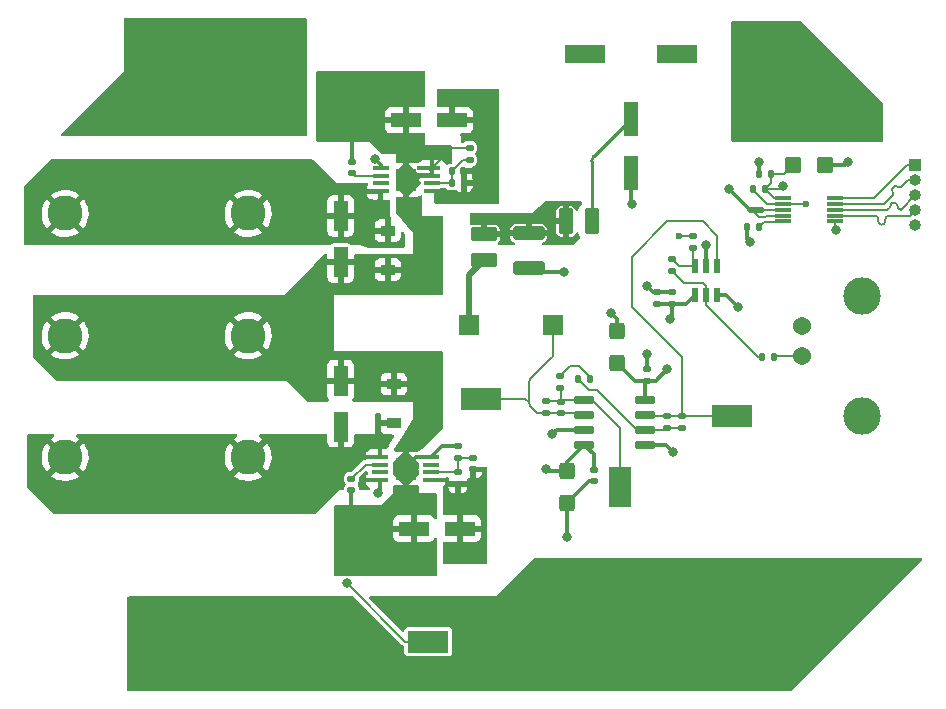
<source format=gbr>
%TF.GenerationSoftware,KiCad,Pcbnew,6.0.4-6f826c9f35~116~ubuntu18.04.1*%
%TF.CreationDate,2022-05-26T20:07:40+01:00*%
%TF.ProjectId,cosmic_ray_detector,636f736d-6963-45f7-9261-795f64657465,1*%
%TF.SameCoordinates,Original*%
%TF.FileFunction,Copper,L1,Top*%
%TF.FilePolarity,Positive*%
%FSLAX46Y46*%
G04 Gerber Fmt 4.6, Leading zero omitted, Abs format (unit mm)*
G04 Created by KiCad (PCBNEW 6.0.4-6f826c9f35~116~ubuntu18.04.1) date 2022-05-26 20:07:40*
%MOMM*%
%LPD*%
G01*
G04 APERTURE LIST*
G04 Aperture macros list*
%AMRoundRect*
0 Rectangle with rounded corners*
0 $1 Rounding radius*
0 $2 $3 $4 $5 $6 $7 $8 $9 X,Y pos of 4 corners*
0 Add a 4 corners polygon primitive as box body*
4,1,4,$2,$3,$4,$5,$6,$7,$8,$9,$2,$3,0*
0 Add four circle primitives for the rounded corners*
1,1,$1+$1,$2,$3*
1,1,$1+$1,$4,$5*
1,1,$1+$1,$6,$7*
1,1,$1+$1,$8,$9*
0 Add four rect primitives between the rounded corners*
20,1,$1+$1,$2,$3,$4,$5,0*
20,1,$1+$1,$4,$5,$6,$7,0*
20,1,$1+$1,$6,$7,$8,$9,0*
20,1,$1+$1,$8,$9,$2,$3,0*%
G04 Aperture macros list end*
%TA.AperFunction,SMDPad,CuDef*%
%ADD10R,3.450000X1.850000*%
%TD*%
%TA.AperFunction,SMDPad,CuDef*%
%ADD11RoundRect,0.140000X0.170000X-0.140000X0.170000X0.140000X-0.170000X0.140000X-0.170000X-0.140000X0*%
%TD*%
%TA.AperFunction,SMDPad,CuDef*%
%ADD12RoundRect,0.140000X-0.170000X0.140000X-0.170000X-0.140000X0.170000X-0.140000X0.170000X0.140000X0*%
%TD*%
%TA.AperFunction,SMDPad,CuDef*%
%ADD13RoundRect,0.140000X0.140000X0.170000X-0.140000X0.170000X-0.140000X-0.170000X0.140000X-0.170000X0*%
%TD*%
%TA.AperFunction,SMDPad,CuDef*%
%ADD14RoundRect,0.135000X0.185000X-0.135000X0.185000X0.135000X-0.185000X0.135000X-0.185000X-0.135000X0*%
%TD*%
%TA.AperFunction,SMDPad,CuDef*%
%ADD15RoundRect,0.135000X-0.185000X0.135000X-0.185000X-0.135000X0.185000X-0.135000X0.185000X0.135000X0*%
%TD*%
%TA.AperFunction,SMDPad,CuDef*%
%ADD16RoundRect,0.135000X0.135000X0.185000X-0.135000X0.185000X-0.135000X-0.185000X0.135000X-0.185000X0*%
%TD*%
%TA.AperFunction,SMDPad,CuDef*%
%ADD17RoundRect,0.135000X-0.135000X-0.185000X0.135000X-0.185000X0.135000X0.185000X-0.135000X0.185000X0*%
%TD*%
%TA.AperFunction,SMDPad,CuDef*%
%ADD18R,1.200000X0.900000*%
%TD*%
%TA.AperFunction,SMDPad,CuDef*%
%ADD19R,1.212799X2.508199*%
%TD*%
%TA.AperFunction,SMDPad,CuDef*%
%ADD20RoundRect,0.250000X0.425000X-0.450000X0.425000X0.450000X-0.425000X0.450000X-0.425000X-0.450000X0*%
%TD*%
%TA.AperFunction,SMDPad,CuDef*%
%ADD21RoundRect,0.250000X-0.450000X-0.425000X0.450000X-0.425000X0.450000X0.425000X-0.450000X0.425000X0*%
%TD*%
%TA.AperFunction,SMDPad,CuDef*%
%ADD22R,2.508199X1.212799*%
%TD*%
%TA.AperFunction,SMDPad,CuDef*%
%ADD23C,0.500000*%
%TD*%
%TA.AperFunction,SMDPad,CuDef*%
%ADD24R,1.450000X0.300000*%
%TD*%
%TA.AperFunction,SMDPad,CuDef*%
%ADD25R,1.850000X3.450000*%
%TD*%
%TA.AperFunction,SMDPad,CuDef*%
%ADD26R,0.600000X1.200000*%
%TD*%
%TA.AperFunction,ComponentPad*%
%ADD27C,2.955000*%
%TD*%
%TA.AperFunction,SMDPad,CuDef*%
%ADD28RoundRect,0.250000X-0.850000X0.375000X-0.850000X-0.375000X0.850000X-0.375000X0.850000X0.375000X0*%
%TD*%
%TA.AperFunction,SMDPad,CuDef*%
%ADD29R,1.750000X1.800000*%
%TD*%
%TA.AperFunction,ComponentPad*%
%ADD30C,1.540000*%
%TD*%
%TA.AperFunction,ComponentPad*%
%ADD31C,3.165000*%
%TD*%
%TA.AperFunction,SMDPad,CuDef*%
%ADD32RoundRect,0.150000X-0.725000X-0.150000X0.725000X-0.150000X0.725000X0.150000X-0.725000X0.150000X0*%
%TD*%
%TA.AperFunction,SMDPad,CuDef*%
%ADD33RoundRect,0.100000X0.612500X0.100000X-0.612500X0.100000X-0.612500X-0.100000X0.612500X-0.100000X0*%
%TD*%
%TA.AperFunction,ComponentPad*%
%ADD34C,0.500000*%
%TD*%
%TA.AperFunction,SMDPad,CuDef*%
%ADD35R,1.730000X1.850000*%
%TD*%
%TA.AperFunction,SMDPad,CuDef*%
%ADD36R,1.270000X2.920000*%
%TD*%
%TA.AperFunction,SMDPad,CuDef*%
%ADD37R,3.430000X1.650000*%
%TD*%
%TA.AperFunction,ComponentPad*%
%ADD38R,1.000000X1.000000*%
%TD*%
%TA.AperFunction,ComponentPad*%
%ADD39O,1.000000X1.000000*%
%TD*%
%TA.AperFunction,SMDPad,CuDef*%
%ADD40RoundRect,0.250000X0.375000X0.850000X-0.375000X0.850000X-0.375000X-0.850000X0.375000X-0.850000X0*%
%TD*%
%TA.AperFunction,SMDPad,CuDef*%
%ADD41RoundRect,0.250000X1.100000X-0.325000X1.100000X0.325000X-1.100000X0.325000X-1.100000X-0.325000X0*%
%TD*%
%TA.AperFunction,ViaPad*%
%ADD42C,0.800000*%
%TD*%
%TA.AperFunction,ViaPad*%
%ADD43C,0.600000*%
%TD*%
%TA.AperFunction,Conductor*%
%ADD44C,0.200000*%
%TD*%
%TA.AperFunction,Conductor*%
%ADD45C,0.250000*%
%TD*%
%TA.AperFunction,Conductor*%
%ADD46C,0.350000*%
%TD*%
%TA.AperFunction,Conductor*%
%ADD47C,0.500000*%
%TD*%
G04 APERTURE END LIST*
%TO.C,NT1*%
G36*
X123750000Y-80250000D02*
G01*
X122750000Y-80250000D01*
X122750000Y-79750000D01*
X123750000Y-79750000D01*
X123750000Y-80250000D01*
G37*
%TD*%
D10*
%TO.P,TP4,1,1*%
%TO.N,GNDA*%
X95512500Y-116570000D03*
%TD*%
D11*
%TO.P,C5,1*%
%TO.N,GNDA*%
X109500000Y-103000000D03*
%TO.P,C5,2*%
%TO.N,-5VA*%
X109500000Y-102040000D03*
%TD*%
%TO.P,C13,1*%
%TO.N,-5VA*%
X99250000Y-101980000D03*
%TO.P,C13,2*%
%TO.N,Net-(C13-Pad2)*%
X99250000Y-101020000D03*
%TD*%
D12*
%TO.P,C11,1*%
%TO.N,Net-(C11-Pad1)*%
X89000000Y-102790000D03*
%TO.P,C11,2*%
%TO.N,GNDA*%
X89000000Y-103750000D03*
%TD*%
D11*
%TO.P,C18,1*%
%TO.N,+5VA*%
X114905000Y-87960000D03*
%TO.P,C18,2*%
%TO.N,GNDA*%
X114905000Y-87000000D03*
%TD*%
D13*
%TO.P,C19,2*%
%TO.N,GNDA*%
X122520000Y-81500000D03*
%TO.P,C19,1*%
%TO.N,Net-(C19-Pad1)*%
X123480000Y-81500000D03*
%TD*%
D11*
%TO.P,C8,1*%
%TO.N,Net-(C7-Pad2)*%
X115750000Y-98460000D03*
%TO.P,C8,2*%
%TO.N,/comparator/V_IN*%
X115750000Y-97500000D03*
%TD*%
D13*
%TO.P,C20,2*%
%TO.N,GNDA*%
X123540000Y-77000000D03*
%TO.P,C20,1*%
%TO.N,+5VA*%
X124500000Y-77000000D03*
%TD*%
D11*
%TO.P,C6,1*%
%TO.N,/detector_frontend/CSA_IN*%
X106750000Y-97230000D03*
%TO.P,C6,2*%
%TO.N,/detector_frontend/CSA_FB*%
X106750000Y-96270000D03*
%TD*%
%TO.P,C4,1*%
%TO.N,+5VA*%
X114000000Y-94480000D03*
%TO.P,C4,2*%
%TO.N,GNDA*%
X114000000Y-93520000D03*
%TD*%
%TO.P,C17,1*%
%TO.N,+5VA*%
X116155000Y-87960000D03*
%TO.P,C17,2*%
%TO.N,GNDA*%
X116155000Y-87000000D03*
%TD*%
D13*
%TO.P,C14,1*%
%TO.N,+5VA*%
X98460000Y-76750000D03*
%TO.P,C14,2*%
%TO.N,Net-(C14-Pad2)*%
X97500000Y-76750000D03*
%TD*%
%TO.P,C7,1*%
%TO.N,Net-(C7-Pad1)*%
X109155000Y-94365000D03*
%TO.P,C7,2*%
%TO.N,Net-(C7-Pad2)*%
X108195000Y-94365000D03*
%TD*%
D11*
%TO.P,C12,1*%
%TO.N,Net-(C12-Pad1)*%
X89076000Y-76900000D03*
%TO.P,C12,2*%
%TO.N,GNDA*%
X89076000Y-75940000D03*
%TD*%
D14*
%TO.P,R6,1*%
%TO.N,Net-(C13-Pad2)*%
X98000000Y-101010000D03*
%TO.P,R6,2*%
%TO.N,GNDA*%
X98000000Y-99990000D03*
%TD*%
%TO.P,R8,1*%
%TO.N,Net-(C14-Pad2)*%
X99000000Y-75770000D03*
%TO.P,R8,2*%
%TO.N,GNDA*%
X99000000Y-74750000D03*
%TD*%
%TO.P,R5,1*%
%TO.N,-5VA*%
X98000000Y-103260000D03*
%TO.P,R5,2*%
%TO.N,Net-(C13-Pad2)*%
X98000000Y-102240000D03*
%TD*%
D15*
%TO.P,R10,1*%
%TO.N,Net-(R10-Pad1)*%
X116155000Y-84210000D03*
%TO.P,R10,2*%
%TO.N,/comparator/COMP_OUT*%
X116155000Y-85230000D03*
%TD*%
%TO.P,R9,1*%
%TO.N,/comparator/VREF*%
X117905000Y-82220000D03*
%TO.P,R9,2*%
%TO.N,Net-(R10-Pad1)*%
X117905000Y-83240000D03*
%TD*%
D14*
%TO.P,R4,1*%
%TO.N,Net-(C7-Pad2)*%
X117000000Y-98520000D03*
%TO.P,R4,2*%
%TO.N,/comparator/V_IN*%
X117000000Y-97500000D03*
%TD*%
%TO.P,R2,1*%
%TO.N,/detector_frontend/CSA_IN*%
X105500000Y-97260000D03*
%TO.P,R2,2*%
%TO.N,/detector_frontend/CSA_FB*%
X105500000Y-96240000D03*
%TD*%
D16*
%TO.P,R7,1*%
%TO.N,+5VA*%
X98510000Y-77750000D03*
%TO.P,R7,2*%
%TO.N,Net-(C14-Pad2)*%
X97490000Y-77750000D03*
%TD*%
D17*
%TO.P,R1,1*%
%TO.N,/comparator/COMP_OUT*%
X123740000Y-92500000D03*
%TO.P,R1,2*%
%TO.N,Net-(J6-Pad1)*%
X124760000Y-92500000D03*
%TD*%
D14*
%TO.P,R3,1*%
%TO.N,/detector_frontend/CSA_FB*%
X106675000Y-95115000D03*
%TO.P,R3,2*%
%TO.N,Net-(C7-Pad1)*%
X106675000Y-94095000D03*
%TD*%
D16*
%TO.P,R11,2*%
%TO.N,/comparator/VREF*%
X122980000Y-78250000D03*
%TO.P,R11,1*%
%TO.N,+5VA*%
X124000000Y-78250000D03*
%TD*%
D18*
%TO.P,D2,1,K*%
%TO.N,GNDA*%
X92576000Y-94770000D03*
%TO.P,D2,2,A*%
%TO.N,/Power Regulators/-VIN*%
X92576000Y-98070000D03*
%TD*%
%TO.P,D3,1,K*%
%TO.N,/Power Regulators/+VIN*%
X92076000Y-81770000D03*
%TO.P,D3,2,A*%
%TO.N,GNDA*%
X92076000Y-85070000D03*
%TD*%
D19*
%TO.P,C9,1*%
%TO.N,GNDA*%
X88076000Y-94469001D03*
%TO.P,C9,2*%
%TO.N,/Power Regulators/-VIN*%
X88076000Y-98370999D03*
%TD*%
D20*
%TO.P,C3,1*%
%TO.N,GNDA*%
X107250000Y-104850000D03*
%TO.P,C3,2*%
%TO.N,-5VA*%
X107250000Y-102150000D03*
%TD*%
%TO.P,C2,1*%
%TO.N,+5VA*%
X111500000Y-93000000D03*
%TO.P,C2,2*%
%TO.N,GNDA*%
X111500000Y-90300000D03*
%TD*%
D21*
%TO.P,C21,2*%
%TO.N,GNDA*%
X129100000Y-76250000D03*
%TO.P,C21,1*%
%TO.N,+5VA*%
X126400000Y-76250000D03*
%TD*%
D22*
%TO.P,C16,1*%
%TO.N,+5VA*%
X97526999Y-72420000D03*
%TO.P,C16,2*%
%TO.N,GNDA*%
X93625001Y-72420000D03*
%TD*%
D23*
%TO.P,NT1,2,2*%
%TO.N,VREF_LOWER*%
X123750000Y-80000000D03*
%TO.P,NT1,1,1*%
%TO.N,GNDA*%
X122750000Y-80000000D03*
%TD*%
D24*
%TO.P,U5,10,~{SYNC}*%
%TO.N,/threshold_setting/SPI.~{SYNC}*%
X129975000Y-79000000D03*
%TO.P,U5,9,SCLK*%
%TO.N,/threshold_setting/SPI.SCK*%
X129975000Y-79500000D03*
%TO.P,U5,8,DIN*%
%TO.N,/threshold_setting/SPI.SDI*%
X129975000Y-80000000D03*
%TO.P,U5,7,SDO*%
%TO.N,/threshold_setting/SPI.SDO*%
X129975000Y-80500000D03*
%TO.P,U5,6,GND*%
%TO.N,GNDA*%
X129975000Y-81000000D03*
%TO.P,U5,5,EXT_CAP*%
%TO.N,Net-(C19-Pad1)*%
X125525000Y-81000000D03*
%TO.P,U5,4,VSS*%
%TO.N,GNDA*%
X125525000Y-80500000D03*
%TO.P,U5,3,W*%
%TO.N,VREF_LOWER*%
X125525000Y-80000000D03*
%TO.P,U5,2,A*%
%TO.N,/comparator/VREF*%
X125525000Y-79500000D03*
%TO.P,U5,1,VDD*%
%TO.N,+5VA*%
X125525000Y-79000000D03*
%TD*%
D25*
%TO.P,TP2,1,1*%
%TO.N,/detector_frontend/CSA_FB*%
X111750000Y-103500000D03*
%TD*%
D10*
%TO.P,TP1,1,1*%
%TO.N,/detector_frontend/CSA_IN*%
X100000000Y-96000000D03*
%TD*%
D26*
%TO.P,U4,1,-IN*%
%TO.N,/comparator/V_IN*%
X119950000Y-84750000D03*
%TO.P,U4,2,V-*%
%TO.N,GNDA*%
X119000000Y-84750000D03*
%TO.P,U4,3,+IN*%
%TO.N,Net-(R10-Pad1)*%
X118050000Y-84750000D03*
%TO.P,U4,4,V+*%
%TO.N,+5VA*%
X118050000Y-87250000D03*
%TO.P,U4,5,OUT*%
%TO.N,/comparator/COMP_OUT*%
X119000000Y-87250000D03*
%TO.P,U4,6,SHDN*%
%TO.N,GNDA*%
X119950000Y-87250000D03*
%TD*%
D27*
%TO.P,J3,1,Pin_1*%
%TO.N,/Power Regulators/-VIN*%
X64750000Y-100970000D03*
X80250000Y-100970000D03*
%TD*%
D28*
%TO.P,L2,1,1*%
%TO.N,/T_MID*%
X100250000Y-82100000D03*
%TO.P,L2,2,2*%
%TO.N,/detector_frontend/VBIAS*%
X100250000Y-84250000D03*
%TD*%
D29*
%TO.P,D1,1*%
%TO.N,/detector_frontend/CSA_IN*%
X106075000Y-89750000D03*
%TO.P,D1,2*%
%TO.N,/detector_frontend/VBIAS*%
X98925000Y-89750000D03*
%TD*%
D30*
%TO.P,J6,2,Ext*%
%TO.N,GNDA*%
X127170000Y-89880000D03*
%TO.P,J6,1,In*%
%TO.N,Net-(J6-Pad1)*%
X127170000Y-92420000D03*
D31*
%TO.P,J6,*%
%TO.N,*%
X132250000Y-87340000D03*
X132250000Y-97500000D03*
%TD*%
D27*
%TO.P,J4,1,Pin_1*%
%TO.N,/Power Regulators/+VIN*%
X80250000Y-80328100D03*
X64750000Y-80328100D03*
%TD*%
%TO.P,J5,1,Pin_1*%
%TO.N,GNDA*%
X80250000Y-90670000D03*
X64750000Y-90670000D03*
%TD*%
D32*
%TO.P,U1,1*%
%TO.N,/detector_frontend/CSA_FB*%
X108675000Y-96095000D03*
%TO.P,U1,2,-*%
%TO.N,/detector_frontend/CSA_IN*%
X108675000Y-97365000D03*
%TO.P,U1,3,+*%
%TO.N,GNDA*%
X108675000Y-98635000D03*
%TO.P,U1,4,V-*%
%TO.N,-5VA*%
X108675000Y-99905000D03*
%TO.P,U1,5,+*%
%TO.N,GNDA*%
X113825000Y-99905000D03*
%TO.P,U1,6,-*%
%TO.N,Net-(C7-Pad2)*%
X113825000Y-98635000D03*
%TO.P,U1,7*%
%TO.N,/comparator/V_IN*%
X113825000Y-97365000D03*
%TO.P,U1,8,V+*%
%TO.N,+5VA*%
X113825000Y-96095000D03*
%TD*%
D10*
%TO.P,TP3,1,1*%
%TO.N,/comparator/V_IN*%
X121250000Y-97500000D03*
%TD*%
D33*
%TO.P,U3,1,OUT*%
%TO.N,+5VA*%
X95808500Y-78435000D03*
%TO.P,U3,2,FB*%
%TO.N,Net-(C14-Pad2)*%
X95808500Y-77785000D03*
%TO.P,U3,3,NC*%
%TO.N,GNDA*%
X95808500Y-77135000D03*
%TO.P,U3,4,GND*%
X95808500Y-76485000D03*
%TO.P,U3,5,EN*%
%TO.N,/Power Regulators/+VIN*%
X91483500Y-76485000D03*
%TO.P,U3,6,NR/SS*%
%TO.N,Net-(C12-Pad1)*%
X91483500Y-77135000D03*
%TO.P,U3,7,DNC*%
%TO.N,unconnected-(U3-Pad7)*%
X91483500Y-77785000D03*
%TO.P,U3,8,IN*%
%TO.N,/Power Regulators/+VIN*%
X91483500Y-78435000D03*
D34*
%TO.P,U3,9,EP*%
%TO.N,GNDA*%
X94196000Y-76810000D03*
D35*
X93646000Y-77460000D03*
D34*
X94196000Y-78110000D03*
X93096000Y-78110000D03*
X93096000Y-76810000D03*
%TD*%
D36*
%TO.P,J1,2,Pin_2*%
%TO.N,GNDA*%
X112696901Y-76930400D03*
%TO.P,J1,1,Pin_1*%
%TO.N,/BIAS_IN*%
X112696901Y-72300400D03*
D37*
%TO.P,J1,*%
%TO.N,*%
X116581901Y-66830400D03*
X108811901Y-66830400D03*
%TD*%
D19*
%TO.P,C10,1*%
%TO.N,/Power Regulators/+VIN*%
X88076000Y-80518002D03*
%TO.P,C10,2*%
%TO.N,GNDA*%
X88076000Y-84420000D03*
%TD*%
D33*
%TO.P,U2,1,OUT*%
%TO.N,-5VA*%
X95738500Y-102895000D03*
%TO.P,U2,2,FB*%
%TO.N,Net-(C13-Pad2)*%
X95738500Y-102245000D03*
%TO.P,U2,3,NC*%
%TO.N,unconnected-(U2-Pad3)*%
X95738500Y-101595000D03*
%TO.P,U2,4,GND*%
%TO.N,GNDA*%
X95738500Y-100945000D03*
%TO.P,U2,5,EN*%
%TO.N,/Power Regulators/-VIN*%
X91413500Y-100945000D03*
%TO.P,U2,6,NR/SS*%
%TO.N,Net-(C11-Pad1)*%
X91413500Y-101595000D03*
%TO.P,U2,7,DNC*%
%TO.N,unconnected-(U2-Pad7)*%
X91413500Y-102245000D03*
%TO.P,U2,8,IN*%
%TO.N,/Power Regulators/-VIN*%
X91413500Y-102895000D03*
D34*
%TO.P,U2,9,EP*%
%TO.N,GNDA*%
X94126000Y-101270000D03*
D35*
X93576000Y-101920000D03*
D34*
X94126000Y-102570000D03*
X93026000Y-102570000D03*
X93026000Y-101270000D03*
%TD*%
D38*
%TO.P,J2,1,Pin_1*%
%TO.N,/threshold_setting/SPI.~{SYNC}*%
X136750000Y-76230000D03*
D39*
%TO.P,J2,2,Pin_2*%
%TO.N,/threshold_setting/SPI.SCK*%
X136750000Y-77500000D03*
%TO.P,J2,3,Pin_3*%
%TO.N,/threshold_setting/SPI.SDI*%
X136750000Y-78770000D03*
%TO.P,J2,4,Pin_4*%
%TO.N,/threshold_setting/SPI.SDO*%
X136750000Y-80040000D03*
%TO.P,J2,5,Pin_5*%
%TO.N,GNDA*%
X136750000Y-81310000D03*
%TD*%
D22*
%TO.P,C15,1*%
%TO.N,-5VA*%
X98200999Y-107000000D03*
%TO.P,C15,2*%
%TO.N,GNDA*%
X94299001Y-107000000D03*
%TD*%
D40*
%TO.P,L1,1,1*%
%TO.N,/BIAS_IN*%
X109325000Y-81000000D03*
%TO.P,L1,2,2*%
%TO.N,/T_MID*%
X107175000Y-81000000D03*
%TD*%
D41*
%TO.P,C1,1*%
%TO.N,GNDA*%
X104000000Y-84950000D03*
%TO.P,C1,2*%
%TO.N,/T_MID*%
X104000000Y-82000000D03*
%TD*%
D42*
%TO.N,GNDA*%
X88640000Y-111650000D03*
X130000000Y-81750000D03*
%TO.N,/Power Regulators/+VIN*%
X91000000Y-75750000D03*
X90500000Y-80000000D03*
%TO.N,/Power Regulators/-VIN*%
X91250000Y-104000000D03*
X87750000Y-101500000D03*
D43*
%TO.N,GNDA*%
X88750000Y-105750000D03*
X88750000Y-106500000D03*
X88750000Y-107250000D03*
X88750000Y-108000000D03*
X88750000Y-108750000D03*
X88000000Y-108750000D03*
X88000000Y-108000000D03*
X88000000Y-107250000D03*
X88000000Y-106500000D03*
X88000000Y-105750000D03*
X88000000Y-69000000D03*
X88000000Y-69750000D03*
X88000000Y-70500000D03*
X88000000Y-71250000D03*
X88000000Y-72000000D03*
X87000000Y-72000000D03*
X87000000Y-71250000D03*
X87000000Y-70500000D03*
X87000000Y-69750000D03*
X87000000Y-69000000D03*
%TO.N,+5VA*%
X99750000Y-73250000D03*
X100750000Y-73250000D03*
X100750000Y-72500000D03*
X99750000Y-72500000D03*
X99750000Y-71750000D03*
X100750000Y-71750000D03*
X100750000Y-71000000D03*
X99750000Y-71000000D03*
%TO.N,-5VA*%
X100000000Y-105250000D03*
X99250000Y-105250000D03*
X98500000Y-105250000D03*
X97750000Y-105250000D03*
X97750000Y-104500000D03*
X98500000Y-104500000D03*
X99250000Y-104500000D03*
X100000000Y-104500000D03*
D42*
%TO.N,GNDA*%
X107000000Y-85250000D03*
X106000000Y-99000000D03*
X116250000Y-100500000D03*
X114000000Y-92250000D03*
X111000000Y-88750000D03*
X114000000Y-86500000D03*
X112750000Y-79500000D03*
%TO.N,+5VA*%
X125500000Y-78000000D03*
X115750000Y-93500000D03*
X116000000Y-89250000D03*
%TO.N,GNDA*%
X107250000Y-107750000D03*
%TO.N,-5VA*%
X105500000Y-102000000D03*
%TO.N,GNDA*%
X121750000Y-88250000D03*
X119000000Y-83000000D03*
X122750000Y-82750000D03*
X121000000Y-78250000D03*
X123500000Y-76000000D03*
X131000000Y-76000000D03*
D43*
%TO.N,/comparator/VREF*%
X116750000Y-82250000D03*
X127500000Y-79500000D03*
%TD*%
D44*
%TO.N,GNDA*%
X93560000Y-116570000D02*
X88640000Y-111650000D01*
X95512500Y-116570000D02*
X93560000Y-116570000D01*
D45*
%TO.N,/BIAS_IN*%
X109500722Y-75496550D02*
G75*
G03*
X109325000Y-75920828I424278J-424250D01*
G01*
X109500736Y-75496564D02*
X112696901Y-72300400D01*
X109325000Y-75920828D02*
X109325000Y-81000000D01*
D44*
%TO.N,GNDA*%
X124097838Y-80500000D02*
X123998327Y-80599511D01*
X125525000Y-80500000D02*
X124097838Y-80500000D01*
X123998327Y-80599511D02*
X123501673Y-80599511D01*
X123501673Y-80599511D02*
X123000000Y-80097838D01*
X123000000Y-80097838D02*
X123000000Y-80000000D01*
X99000000Y-74750000D02*
X97543500Y-74750000D01*
X97543500Y-74750000D02*
X95808500Y-76485000D01*
%TO.N,Net-(C14-Pad2)*%
X99000000Y-75770000D02*
X98437715Y-75770000D01*
X98437715Y-75770000D02*
X97500000Y-76707715D01*
X97500000Y-76707715D02*
X97500000Y-76750000D01*
%TO.N,/threshold_setting/SPI.SDO*%
X136290000Y-80500000D02*
X134500000Y-80500000D01*
X133300000Y-80500000D02*
G75*
G02*
X133600000Y-80800000I0J-300000D01*
G01*
X134200000Y-80800000D02*
G75*
G02*
X134500000Y-80500000I300000J0D01*
G01*
X136750000Y-80040000D02*
X136290000Y-80500000D01*
X129975000Y-80500000D02*
X133300000Y-80500000D01*
X133600044Y-80974756D02*
G75*
G03*
X133900000Y-81274756I299956J-44D01*
G01*
X133900000Y-81274800D02*
G75*
G03*
X134200000Y-80974756I0J300000D01*
G01*
X134200000Y-80800000D02*
X134200000Y-80974756D01*
X133600000Y-80974756D02*
X133600000Y-80800000D01*
%TO.N,/threshold_setting/SPI.SDI*%
X129975000Y-80000000D02*
X134320000Y-80000000D01*
X136750000Y-78770000D02*
X135520000Y-80000000D01*
X134320000Y-80000000D02*
G75*
G03*
X134620000Y-79700000I0J300000D01*
G01*
X134620000Y-79700000D02*
G75*
G02*
X134920000Y-79400000I300000J0D01*
G01*
X135220000Y-79700000D02*
G75*
G03*
X135520000Y-80000000I300000J0D01*
G01*
X134920000Y-79400000D02*
G75*
G02*
X135220000Y-79700000I0J-300000D01*
G01*
%TO.N,/threshold_setting/SPI.SCK*%
X136750000Y-77500000D02*
X136105335Y-77500000D01*
X134938446Y-78052667D02*
X134821292Y-78169820D01*
X134821305Y-78784056D02*
G75*
G03*
X134821292Y-78476931I-153605J153556D01*
G01*
X134105335Y-79500000D02*
X129975000Y-79500000D01*
X134821267Y-78476955D02*
G75*
G02*
X134821292Y-78169820I153533J153555D01*
G01*
X136105335Y-77500000D02*
X135552668Y-78052667D01*
X135245556Y-78052667D02*
X135245557Y-78052667D01*
X135245557Y-78052666D02*
G75*
G03*
X135552667Y-78052666I153555J153555D01*
G01*
X134938445Y-78052665D02*
G75*
G02*
X135245557Y-78052667I153555J-153535D01*
G01*
X134938446Y-78052666D02*
X134938446Y-78052667D01*
X134704139Y-78901195D02*
X134105335Y-79500000D01*
X134821292Y-78476930D02*
X134821292Y-78476931D01*
X134821291Y-78784042D02*
X134821292Y-78784041D01*
X134821292Y-78784041D02*
X134704139Y-78901195D01*
%TO.N,/threshold_setting/SPI.~{SYNC}*%
X133250000Y-79000000D02*
X136020000Y-76230000D01*
X129975000Y-79000000D02*
X133250000Y-79000000D01*
X136020000Y-76230000D02*
X136750000Y-76230000D01*
%TO.N,GNDA*%
X129975000Y-81725000D02*
X130000000Y-81750000D01*
X129975000Y-81000000D02*
X129975000Y-81725000D01*
D46*
%TO.N,/Power Regulators/+VIN*%
X91483500Y-76485000D02*
X91483500Y-76233500D01*
X91483500Y-79016500D02*
X91483500Y-78435000D01*
X91483500Y-76233500D02*
X91000000Y-75750000D01*
X90500000Y-80000000D02*
X91483500Y-79016500D01*
%TO.N,GNDA*%
X89076000Y-75940000D02*
X89076000Y-73076000D01*
X89076000Y-73076000D02*
X88000000Y-72000000D01*
D44*
%TO.N,Net-(C12-Pad1)*%
X91483500Y-77135000D02*
X89311000Y-77135000D01*
X89311000Y-77135000D02*
X89076000Y-76900000D01*
D46*
%TO.N,GNDA*%
X89000000Y-103750000D02*
X89000000Y-105500000D01*
X89000000Y-105500000D02*
X88750000Y-105750000D01*
%TO.N,/Power Regulators/-VIN*%
X91413500Y-103836500D02*
X91250000Y-104000000D01*
X91413500Y-102895000D02*
X91413500Y-103836500D01*
D44*
%TO.N,Net-(C11-Pad1)*%
X89000000Y-102790000D02*
X90195000Y-101595000D01*
X90195000Y-101595000D02*
X91413500Y-101595000D01*
D46*
%TO.N,GNDA*%
X95738500Y-100945000D02*
X94451000Y-100945000D01*
X94451000Y-100945000D02*
X94126000Y-101270000D01*
X98000000Y-99990000D02*
X96693500Y-99990000D01*
X96693500Y-99990000D02*
X95738500Y-100945000D01*
X104000000Y-84950000D02*
X104300000Y-85250000D01*
X104300000Y-85250000D02*
X107000000Y-85250000D01*
X106365000Y-98635000D02*
X106000000Y-99000000D01*
X108675000Y-98635000D02*
X106365000Y-98635000D01*
X113825000Y-99905000D02*
X115655000Y-99905000D01*
X115655000Y-99905000D02*
X116250000Y-100500000D01*
X114000000Y-93520000D02*
X114000000Y-92250000D01*
X111500000Y-90300000D02*
X111500000Y-89250000D01*
X111500000Y-89250000D02*
X111000000Y-88750000D01*
X114500000Y-87000000D02*
X114000000Y-86500000D01*
X114905000Y-87000000D02*
X114500000Y-87000000D01*
X116155000Y-87000000D02*
X114905000Y-87000000D01*
X112696901Y-76808500D02*
X112696901Y-79446901D01*
X112696901Y-79446901D02*
X112750000Y-79500000D01*
D44*
%TO.N,+5VA*%
X124000000Y-78250000D02*
X125250000Y-78250000D01*
X125250000Y-78250000D02*
X125500000Y-78000000D01*
D46*
X114770000Y-94480000D02*
X114000000Y-94480000D01*
X115750000Y-93500000D02*
X114770000Y-94480000D01*
X116155000Y-87960000D02*
X116155000Y-89095000D01*
X116155000Y-89095000D02*
X116000000Y-89250000D01*
X114905000Y-87960000D02*
X116155000Y-87960000D01*
X118050000Y-87250000D02*
X117340000Y-87960000D01*
X117340000Y-87960000D02*
X116155000Y-87960000D01*
%TO.N,GNDA*%
X107250000Y-104850000D02*
X107250000Y-107750000D01*
%TO.N,-5VA*%
X107250000Y-102150000D02*
X105650000Y-102150000D01*
X105650000Y-102150000D02*
X105500000Y-102000000D01*
%TO.N,GNDA*%
X120750000Y-87250000D02*
X121750000Y-88250000D01*
X119950000Y-87250000D02*
X120750000Y-87250000D01*
X119000000Y-84750000D02*
X119000000Y-83000000D01*
X122520000Y-81500000D02*
X122520000Y-82520000D01*
X122520000Y-82520000D02*
X122750000Y-82750000D01*
X122750000Y-80000000D02*
X121000000Y-78250000D01*
X123540000Y-77000000D02*
X123540000Y-76040000D01*
X123540000Y-76040000D02*
X123500000Y-76000000D01*
D44*
%TO.N,+5VA*%
X124500000Y-77000000D02*
X125650000Y-77000000D01*
X125650000Y-77000000D02*
X126400000Y-76250000D01*
X124000000Y-78250000D02*
X124500000Y-77750000D01*
X124500000Y-77750000D02*
X124500000Y-77000000D01*
X125525000Y-79000000D02*
X124750000Y-79000000D01*
X124750000Y-79000000D02*
X124000000Y-78250000D01*
%TO.N,/comparator/VREF*%
X125525000Y-79500000D02*
X127500000Y-79500000D01*
X122980000Y-78250000D02*
X122980000Y-78305925D01*
X122980000Y-78305925D02*
X124174075Y-79500000D01*
X124174075Y-79500000D02*
X125525000Y-79500000D01*
D46*
%TO.N,GNDA*%
X129100000Y-76250000D02*
X130750000Y-76250000D01*
X130750000Y-76250000D02*
X131000000Y-76000000D01*
D47*
%TO.N,/detector_frontend/VBIAS*%
X100250000Y-84250000D02*
X98925000Y-85575000D01*
X98925000Y-85575000D02*
X98925000Y-89750000D01*
D44*
%TO.N,Net-(C7-Pad2)*%
X117000000Y-98520000D02*
X115810000Y-98520000D01*
X115810000Y-98520000D02*
X115750000Y-98460000D01*
X113825000Y-98635000D02*
X115575000Y-98635000D01*
X115575000Y-98635000D02*
X115750000Y-98460000D01*
%TO.N,/comparator/COMP_OUT*%
X119000000Y-88050000D02*
X123450000Y-92500000D01*
X119000000Y-87250000D02*
X119000000Y-88050000D01*
X123450000Y-92500000D02*
X123740000Y-92500000D01*
%TO.N,/comparator/VREF*%
X116750000Y-82250000D02*
X116780000Y-82220000D01*
X116780000Y-82220000D02*
X117905000Y-82220000D01*
%TO.N,/comparator/V_IN*%
X115750000Y-81000000D02*
X118750000Y-81000000D01*
X117000000Y-97500000D02*
X117000000Y-92500000D01*
X112750000Y-84000000D02*
X115750000Y-81000000D01*
X118750000Y-81000000D02*
X119950000Y-82200000D01*
X112750000Y-88250000D02*
X112750000Y-84000000D01*
X117000000Y-92500000D02*
X112750000Y-88250000D01*
X119950000Y-82200000D02*
X119950000Y-84750000D01*
X117000000Y-97500000D02*
X121250000Y-97500000D01*
X117000000Y-97500000D02*
X115750000Y-97500000D01*
X115750000Y-97500000D02*
X113960000Y-97500000D01*
X113960000Y-97500000D02*
X113825000Y-97365000D01*
%TO.N,Net-(J6-Pad1)*%
X124760000Y-92500000D02*
X124881900Y-92378100D01*
X124881900Y-92378100D02*
X127691000Y-92378100D01*
%TO.N,/comparator/COMP_OUT*%
X116155000Y-85230000D02*
X117175489Y-86250489D01*
X117175489Y-86250489D02*
X118750489Y-86250489D01*
X118750489Y-86250489D02*
X119000000Y-86500000D01*
X119000000Y-86500000D02*
X119000000Y-87250000D01*
%TO.N,Net-(R10-Pad1)*%
X118050000Y-84750000D02*
X116695000Y-84750000D01*
X116695000Y-84750000D02*
X116155000Y-84210000D01*
X117905000Y-83240000D02*
X117905000Y-84605000D01*
X117905000Y-84605000D02*
X118050000Y-84750000D01*
%TO.N,VREF_LOWER*%
X125525000Y-80000000D02*
X123750000Y-80000000D01*
%TO.N,Net-(C19-Pad1)*%
X123480000Y-81500000D02*
X123930489Y-81049511D01*
X123930489Y-81049511D02*
X125525000Y-81049511D01*
D46*
%TO.N,+5VA*%
X114000000Y-94480000D02*
X112980000Y-94480000D01*
X112980000Y-94480000D02*
X111500000Y-93000000D01*
X113825000Y-96095000D02*
X113825000Y-94655000D01*
X113825000Y-94655000D02*
X114000000Y-94480000D01*
%TO.N,GNDA*%
X109500000Y-103000000D02*
X109100000Y-103000000D01*
X109100000Y-103000000D02*
X107250000Y-104850000D01*
%TO.N,-5VA*%
X109500000Y-102040000D02*
X109500000Y-100730000D01*
X109500000Y-100730000D02*
X108675000Y-99905000D01*
X108675000Y-99905000D02*
X107250000Y-101330000D01*
X107250000Y-101330000D02*
X107250000Y-102150000D01*
D44*
%TO.N,/detector_frontend/CSA_FB*%
X111750000Y-103500000D02*
X111750000Y-98500000D01*
X111750000Y-98500000D02*
X109500000Y-96250000D01*
%TO.N,/detector_frontend/CSA_IN*%
X106750000Y-97230000D02*
X105530000Y-97230000D01*
X105530000Y-97230000D02*
X105500000Y-97260000D01*
X100000000Y-96000000D02*
X103707107Y-96000000D01*
X103707107Y-96000000D02*
X104000000Y-96292893D01*
%TO.N,Net-(C7-Pad2)*%
X108195000Y-94365000D02*
X109080000Y-95250000D01*
X109080000Y-95250000D02*
X109750000Y-95250000D01*
X109750000Y-95250000D02*
X113135000Y-98635000D01*
X113135000Y-98635000D02*
X113825000Y-98635000D01*
%TO.N,/detector_frontend/CSA_FB*%
X105500000Y-96240000D02*
X106720000Y-96240000D01*
X106720000Y-96240000D02*
X106750000Y-96270000D01*
X106750000Y-96270000D02*
X106750000Y-95190000D01*
X106750000Y-95190000D02*
X106675000Y-95115000D01*
X108675000Y-96095000D02*
X106925000Y-96095000D01*
X106925000Y-96095000D02*
X106750000Y-96270000D01*
%TO.N,Net-(C7-Pad1)*%
X106675000Y-94095000D02*
X107520000Y-93250000D01*
X107520000Y-93250000D02*
X108250000Y-93250000D01*
X108250000Y-93250000D02*
X109155000Y-94155000D01*
X109155000Y-94155000D02*
X109155000Y-94365000D01*
%TO.N,/detector_frontend/CSA_IN*%
X106074969Y-92342157D02*
G75*
G02*
X106016420Y-92483578I-199969J-43D01*
G01*
X104842843Y-97259969D02*
G75*
G02*
X104701423Y-97201421I-43J199969D01*
G01*
X104146444Y-96646450D02*
G75*
G02*
X104000000Y-96292893I353556J353550D01*
G01*
X104117164Y-94382850D02*
G75*
G03*
X104000000Y-94665685I282836J-282850D01*
G01*
X106750000Y-97230000D02*
X108540000Y-97230000D01*
X108540000Y-97230000D02*
X108675000Y-97365000D01*
X106075000Y-89750000D02*
X106075000Y-92342157D01*
X104000000Y-94665685D02*
X104000000Y-96292893D01*
X106016421Y-92483579D02*
X104117157Y-94382843D01*
X104146447Y-96646447D02*
X104701422Y-97201422D01*
X104842843Y-97260000D02*
X105500000Y-97260000D01*
%TO.N,Net-(C14-Pad2)*%
X97490000Y-77750000D02*
X95843500Y-77750000D01*
X95843500Y-77750000D02*
X95808500Y-77785000D01*
X97500000Y-76750000D02*
X97500000Y-77740000D01*
X97500000Y-77740000D02*
X97490000Y-77750000D01*
%TO.N,Net-(C13-Pad2)*%
X98000000Y-102240000D02*
X95743500Y-102240000D01*
X95743500Y-102240000D02*
X95738500Y-102245000D01*
X98000000Y-101010000D02*
X99240000Y-101010000D01*
X99240000Y-101010000D02*
X99250000Y-101020000D01*
X98000000Y-101010000D02*
X98000000Y-102240000D01*
%TD*%
%TA.AperFunction,Conductor*%
%TO.N,/Power Regulators/+VIN*%
G36*
X85765931Y-75770002D02*
G01*
X85786905Y-75786905D01*
X87750000Y-77750000D01*
X90298018Y-77750000D01*
X90366139Y-77770002D01*
X90412632Y-77823658D01*
X90422736Y-77893932D01*
X90397980Y-77952705D01*
X90344939Y-78021828D01*
X90336753Y-78036007D01*
X90281811Y-78168649D01*
X90277572Y-78184469D01*
X90273284Y-78217040D01*
X90275495Y-78231222D01*
X90288652Y-78235000D01*
X91557500Y-78235000D01*
X91625621Y-78255002D01*
X91672114Y-78308658D01*
X91683500Y-78361000D01*
X91683500Y-79124884D01*
X91687975Y-79140123D01*
X91689365Y-79141328D01*
X91697048Y-79142999D01*
X92124000Y-79142999D01*
X92192121Y-79163001D01*
X92238614Y-79216657D01*
X92250000Y-79268999D01*
X92250000Y-80500000D01*
X92356521Y-80627825D01*
X92384765Y-80692961D01*
X92373309Y-80763028D01*
X92354949Y-80791000D01*
X92331672Y-80817864D01*
X92330000Y-80825548D01*
X92330000Y-82709884D01*
X92334475Y-82725123D01*
X92335865Y-82726328D01*
X92343548Y-82727999D01*
X92720669Y-82727999D01*
X92727490Y-82727629D01*
X92778352Y-82722105D01*
X92793604Y-82718479D01*
X92914054Y-82673324D01*
X92929649Y-82664786D01*
X93031724Y-82588285D01*
X93044285Y-82575724D01*
X93120786Y-82473649D01*
X93129324Y-82458054D01*
X93174478Y-82337606D01*
X93178105Y-82322351D01*
X93183631Y-82271486D01*
X93184000Y-82264672D01*
X93184000Y-81968818D01*
X93204002Y-81900697D01*
X93257658Y-81854204D01*
X93327932Y-81844100D01*
X93392512Y-81873594D01*
X93406795Y-81888154D01*
X93417497Y-81900996D01*
X93470796Y-81964955D01*
X93499040Y-82030092D01*
X93500000Y-82045618D01*
X93500000Y-83124000D01*
X93479998Y-83192121D01*
X93426342Y-83238614D01*
X93374000Y-83250000D01*
X90520447Y-83250000D01*
X90480602Y-83243534D01*
X89750000Y-83000000D01*
X88993729Y-83000000D01*
X88925608Y-82979998D01*
X88904711Y-82963173D01*
X88863344Y-82921878D01*
X88855112Y-82913660D01*
X88844475Y-82908957D01*
X88844473Y-82908956D01*
X88765404Y-82874000D01*
X88752726Y-82868395D01*
X88727045Y-82865401D01*
X87424955Y-82865401D01*
X87421251Y-82865842D01*
X87421248Y-82865842D01*
X87413855Y-82866722D01*
X87398755Y-82868519D01*
X87296448Y-82913962D01*
X87288229Y-82922195D01*
X87288228Y-82922196D01*
X87247477Y-82963018D01*
X87185194Y-82997097D01*
X87158304Y-83000000D01*
X61376000Y-83000000D01*
X61307879Y-82979998D01*
X61261386Y-82926342D01*
X61250000Y-82874000D01*
X61250000Y-81900996D01*
X63542271Y-81900996D01*
X63549661Y-81911298D01*
X63601955Y-81953872D01*
X63609231Y-81958986D01*
X63842482Y-82099415D01*
X63850396Y-82103448D01*
X64101126Y-82209618D01*
X64109517Y-82212491D01*
X64372702Y-82282272D01*
X64381423Y-82283936D01*
X64651814Y-82315939D01*
X64660680Y-82316357D01*
X64932872Y-82309943D01*
X64941726Y-82309106D01*
X65210300Y-82264403D01*
X65218934Y-82262330D01*
X65478532Y-82180230D01*
X65486794Y-82176959D01*
X65732227Y-82059104D01*
X65739951Y-82054698D01*
X65951145Y-81913583D01*
X65959433Y-81903665D01*
X65958067Y-81900996D01*
X79042271Y-81900996D01*
X79049661Y-81911298D01*
X79101955Y-81953872D01*
X79109231Y-81958986D01*
X79342482Y-82099415D01*
X79350396Y-82103448D01*
X79601126Y-82209618D01*
X79609517Y-82212491D01*
X79872702Y-82282272D01*
X79881423Y-82283936D01*
X80151814Y-82315939D01*
X80160680Y-82316357D01*
X80432872Y-82309943D01*
X80441726Y-82309106D01*
X80710300Y-82264403D01*
X80718934Y-82262330D01*
X80978532Y-82180230D01*
X80986794Y-82176959D01*
X81232227Y-82059104D01*
X81239951Y-82054698D01*
X81451145Y-81913583D01*
X81459433Y-81903665D01*
X81452176Y-81889486D01*
X81379460Y-81816770D01*
X86961602Y-81816770D01*
X86961972Y-81823591D01*
X86967496Y-81874453D01*
X86971122Y-81889705D01*
X87016277Y-82010155D01*
X87024815Y-82025750D01*
X87101316Y-82127825D01*
X87113877Y-82140386D01*
X87215952Y-82216887D01*
X87231547Y-82225425D01*
X87351995Y-82270579D01*
X87367250Y-82274206D01*
X87418115Y-82279732D01*
X87424929Y-82280101D01*
X87803885Y-82280101D01*
X87819124Y-82275626D01*
X87820329Y-82274236D01*
X87822000Y-82266553D01*
X87822000Y-82261985D01*
X88330000Y-82261985D01*
X88334475Y-82277224D01*
X88335865Y-82278429D01*
X88343548Y-82280100D01*
X88727068Y-82280100D01*
X88733889Y-82279730D01*
X88784751Y-82274206D01*
X88800003Y-82270580D01*
X88815770Y-82264669D01*
X90968001Y-82264669D01*
X90968371Y-82271490D01*
X90973895Y-82322352D01*
X90977521Y-82337604D01*
X91022676Y-82458054D01*
X91031214Y-82473649D01*
X91107715Y-82575724D01*
X91120276Y-82588285D01*
X91222351Y-82664786D01*
X91237946Y-82673324D01*
X91358394Y-82718478D01*
X91373649Y-82722105D01*
X91424514Y-82727631D01*
X91431328Y-82728000D01*
X91803885Y-82728000D01*
X91819124Y-82723525D01*
X91820329Y-82722135D01*
X91822000Y-82714452D01*
X91822000Y-82042115D01*
X91817525Y-82026876D01*
X91816135Y-82025671D01*
X91808452Y-82024000D01*
X90986116Y-82024000D01*
X90970877Y-82028475D01*
X90969672Y-82029865D01*
X90968001Y-82037548D01*
X90968001Y-82264669D01*
X88815770Y-82264669D01*
X88920453Y-82225425D01*
X88936048Y-82216887D01*
X89038123Y-82140386D01*
X89050684Y-82127825D01*
X89127185Y-82025750D01*
X89135723Y-82010155D01*
X89180877Y-81889707D01*
X89184504Y-81874452D01*
X89190030Y-81823587D01*
X89190399Y-81816773D01*
X89190399Y-81497885D01*
X90968000Y-81497885D01*
X90972475Y-81513124D01*
X90973865Y-81514329D01*
X90981548Y-81516000D01*
X91803885Y-81516000D01*
X91819124Y-81511525D01*
X91820329Y-81510135D01*
X91822000Y-81502452D01*
X91822000Y-80830116D01*
X91817525Y-80814877D01*
X91816135Y-80813672D01*
X91808452Y-80812001D01*
X91431331Y-80812001D01*
X91424510Y-80812371D01*
X91373648Y-80817895D01*
X91358396Y-80821521D01*
X91237946Y-80866676D01*
X91222351Y-80875214D01*
X91120276Y-80951715D01*
X91107715Y-80964276D01*
X91031214Y-81066351D01*
X91022676Y-81081946D01*
X90977522Y-81202394D01*
X90973895Y-81217649D01*
X90968369Y-81268514D01*
X90968000Y-81275328D01*
X90968000Y-81497885D01*
X89190399Y-81497885D01*
X89190399Y-80790117D01*
X89185924Y-80774878D01*
X89184534Y-80773673D01*
X89176851Y-80772002D01*
X88348115Y-80772002D01*
X88332876Y-80776477D01*
X88331671Y-80777867D01*
X88330000Y-80785550D01*
X88330000Y-82261985D01*
X87822000Y-82261985D01*
X87822000Y-80790117D01*
X87817525Y-80774878D01*
X87816135Y-80773673D01*
X87808452Y-80772002D01*
X86979717Y-80772002D01*
X86964478Y-80776477D01*
X86963273Y-80777867D01*
X86961602Y-80785550D01*
X86961602Y-81816770D01*
X81379460Y-81816770D01*
X80262812Y-80700122D01*
X80248868Y-80692508D01*
X80247035Y-80692639D01*
X80240420Y-80696890D01*
X79049437Y-81887873D01*
X79042271Y-81900996D01*
X65958067Y-81900996D01*
X65952176Y-81889486D01*
X64762812Y-80700122D01*
X64748868Y-80692508D01*
X64747035Y-80692639D01*
X64740420Y-80696890D01*
X63549437Y-81887873D01*
X63542271Y-81900996D01*
X61250000Y-81900996D01*
X61250000Y-80270027D01*
X62760585Y-80270027D01*
X62771274Y-80542085D01*
X62772249Y-80550914D01*
X62821165Y-80818755D01*
X62823374Y-80827358D01*
X62909540Y-81085630D01*
X62912944Y-81093847D01*
X63034642Y-81337404D01*
X63039160Y-81345043D01*
X63165641Y-81528047D01*
X63175961Y-81536399D01*
X63189615Y-81529275D01*
X64377978Y-80340912D01*
X64384356Y-80329232D01*
X65114408Y-80329232D01*
X65114539Y-80331065D01*
X65118790Y-80337680D01*
X66310526Y-81529416D01*
X66323926Y-81536733D01*
X66333831Y-81529745D01*
X66357535Y-81501546D01*
X66362771Y-81494339D01*
X66506834Y-81263339D01*
X66511006Y-81255461D01*
X66621086Y-81006464D01*
X66624102Y-80998089D01*
X66698005Y-80736048D01*
X66699806Y-80727355D01*
X66736217Y-80456271D01*
X66736745Y-80449878D01*
X66740471Y-80331322D01*
X66740344Y-80324879D01*
X66736460Y-80270027D01*
X78260585Y-80270027D01*
X78271274Y-80542085D01*
X78272249Y-80550914D01*
X78321165Y-80818755D01*
X78323374Y-80827358D01*
X78409540Y-81085630D01*
X78412944Y-81093847D01*
X78534642Y-81337404D01*
X78539160Y-81345043D01*
X78665641Y-81528047D01*
X78675961Y-81536399D01*
X78689615Y-81529275D01*
X79877978Y-80340912D01*
X79884356Y-80329232D01*
X80614408Y-80329232D01*
X80614539Y-80331065D01*
X80618790Y-80337680D01*
X81810526Y-81529416D01*
X81823926Y-81536733D01*
X81833831Y-81529745D01*
X81857535Y-81501546D01*
X81862771Y-81494339D01*
X82006834Y-81263339D01*
X82011006Y-81255461D01*
X82121086Y-81006464D01*
X82124102Y-80998089D01*
X82198005Y-80736048D01*
X82199806Y-80727355D01*
X82236217Y-80456271D01*
X82236745Y-80449878D01*
X82240471Y-80331322D01*
X82240344Y-80324879D01*
X82234751Y-80245887D01*
X86961601Y-80245887D01*
X86966076Y-80261126D01*
X86967466Y-80262331D01*
X86975149Y-80264002D01*
X87803885Y-80264002D01*
X87819124Y-80259527D01*
X87820329Y-80258137D01*
X87822000Y-80250454D01*
X87822000Y-80245887D01*
X88330000Y-80245887D01*
X88334475Y-80261126D01*
X88335865Y-80262331D01*
X88343548Y-80264002D01*
X89172283Y-80264002D01*
X89187522Y-80259527D01*
X89188727Y-80258137D01*
X89190398Y-80250454D01*
X89190398Y-79219234D01*
X89190028Y-79212413D01*
X89184504Y-79161551D01*
X89180878Y-79146299D01*
X89135723Y-79025849D01*
X89127185Y-79010254D01*
X89050684Y-78908179D01*
X89038123Y-78895618D01*
X88936048Y-78819117D01*
X88920453Y-78810579D01*
X88800005Y-78765425D01*
X88784750Y-78761798D01*
X88733885Y-78756272D01*
X88727071Y-78755903D01*
X88348115Y-78755903D01*
X88332876Y-78760378D01*
X88331671Y-78761768D01*
X88330000Y-78769451D01*
X88330000Y-80245887D01*
X87822000Y-80245887D01*
X87822000Y-78774019D01*
X87817525Y-78758780D01*
X87816135Y-78757575D01*
X87808452Y-78755904D01*
X87424932Y-78755904D01*
X87418111Y-78756274D01*
X87367249Y-78761798D01*
X87351997Y-78765424D01*
X87231547Y-78810579D01*
X87215952Y-78819117D01*
X87113877Y-78895618D01*
X87101316Y-78908179D01*
X87024815Y-79010254D01*
X87016277Y-79025849D01*
X86971123Y-79146297D01*
X86967496Y-79161552D01*
X86961970Y-79212417D01*
X86961601Y-79219231D01*
X86961601Y-80245887D01*
X82234751Y-80245887D01*
X82221028Y-80052078D01*
X82219775Y-80043268D01*
X82162470Y-79777095D01*
X82159994Y-79768574D01*
X82065755Y-79513128D01*
X82062100Y-79505033D01*
X81932809Y-79265414D01*
X81928050Y-79257916D01*
X81833179Y-79129470D01*
X81822051Y-79121028D01*
X81809458Y-79127852D01*
X80622022Y-80315288D01*
X80614408Y-80329232D01*
X79884356Y-80329232D01*
X79885592Y-80326968D01*
X79885461Y-80325135D01*
X79881210Y-80318520D01*
X78690633Y-79127943D01*
X78677792Y-79120931D01*
X78667103Y-79128726D01*
X78606392Y-79205738D01*
X78601402Y-79213080D01*
X78464649Y-79448515D01*
X78460737Y-79456502D01*
X78358525Y-79708853D01*
X78355781Y-79717297D01*
X78290143Y-79981540D01*
X78288615Y-79990294D01*
X78260864Y-80261144D01*
X78260585Y-80270027D01*
X66736460Y-80270027D01*
X66721028Y-80052078D01*
X66719775Y-80043268D01*
X66662470Y-79777095D01*
X66659994Y-79768574D01*
X66565755Y-79513128D01*
X66562100Y-79505033D01*
X66432809Y-79265414D01*
X66428050Y-79257916D01*
X66333179Y-79129470D01*
X66322051Y-79121028D01*
X66309458Y-79127852D01*
X65122022Y-80315288D01*
X65114408Y-80329232D01*
X64384356Y-80329232D01*
X64385592Y-80326968D01*
X64385461Y-80325135D01*
X64381210Y-80318520D01*
X63190633Y-79127943D01*
X63177792Y-79120931D01*
X63167103Y-79128726D01*
X63106392Y-79205738D01*
X63101402Y-79213080D01*
X62964649Y-79448515D01*
X62960737Y-79456502D01*
X62858525Y-79708853D01*
X62855781Y-79717297D01*
X62790143Y-79981540D01*
X62788615Y-79990294D01*
X62760864Y-80261144D01*
X62760585Y-80270027D01*
X61250000Y-80270027D01*
X61250000Y-78755232D01*
X63542488Y-78755232D01*
X63549468Y-78768358D01*
X64737188Y-79956078D01*
X64751132Y-79963692D01*
X64752965Y-79963561D01*
X64759580Y-79959310D01*
X65950099Y-78768791D01*
X65956953Y-78756239D01*
X65956207Y-78755232D01*
X79042488Y-78755232D01*
X79049468Y-78768358D01*
X80237188Y-79956078D01*
X80251132Y-79963692D01*
X80252965Y-79963561D01*
X80259580Y-79959310D01*
X81450099Y-78768791D01*
X81456953Y-78756239D01*
X81448746Y-78745168D01*
X81346409Y-78667067D01*
X81338985Y-78662190D01*
X81321830Y-78652583D01*
X90273235Y-78652583D01*
X90277572Y-78685533D01*
X90281810Y-78701348D01*
X90336753Y-78833993D01*
X90344941Y-78848176D01*
X90432344Y-78962080D01*
X90443920Y-78973656D01*
X90557824Y-79061059D01*
X90572007Y-79069247D01*
X90704650Y-79124190D01*
X90720468Y-79128428D01*
X90827066Y-79142462D01*
X90835275Y-79143000D01*
X91265385Y-79143000D01*
X91280624Y-79138525D01*
X91281829Y-79137135D01*
X91283500Y-79129452D01*
X91283500Y-78653115D01*
X91279025Y-78637876D01*
X91277635Y-78636671D01*
X91269952Y-78635000D01*
X90289035Y-78635000D01*
X90275264Y-78639044D01*
X90273235Y-78652583D01*
X81321830Y-78652583D01*
X81101434Y-78529155D01*
X81093381Y-78525366D01*
X80839463Y-78427132D01*
X80830973Y-78424520D01*
X80565733Y-78363041D01*
X80556956Y-78361651D01*
X80285699Y-78338158D01*
X80276828Y-78338018D01*
X80004955Y-78352980D01*
X79996152Y-78354092D01*
X79729101Y-78407212D01*
X79720549Y-78409552D01*
X79463657Y-78499765D01*
X79455490Y-78503299D01*
X79213883Y-78628804D01*
X79206300Y-78633451D01*
X79050892Y-78744508D01*
X79042488Y-78755232D01*
X65956207Y-78755232D01*
X65948746Y-78745168D01*
X65846409Y-78667067D01*
X65838985Y-78662190D01*
X65601434Y-78529155D01*
X65593381Y-78525366D01*
X65339463Y-78427132D01*
X65330973Y-78424520D01*
X65065733Y-78363041D01*
X65056956Y-78361651D01*
X64785699Y-78338158D01*
X64776828Y-78338018D01*
X64504955Y-78352980D01*
X64496152Y-78354092D01*
X64229101Y-78407212D01*
X64220549Y-78409552D01*
X63963657Y-78499765D01*
X63955490Y-78503299D01*
X63713883Y-78628804D01*
X63706300Y-78633451D01*
X63550892Y-78744508D01*
X63542488Y-78755232D01*
X61250000Y-78755232D01*
X61250000Y-78052190D01*
X61270002Y-77984069D01*
X61286905Y-77963095D01*
X63463095Y-75786905D01*
X63525407Y-75752879D01*
X63552190Y-75750000D01*
X85697810Y-75750000D01*
X85765931Y-75770002D01*
G37*
%TD.AperFunction*%
%TD*%
%TA.AperFunction,Conductor*%
%TO.N,/Power Regulators/-VIN*%
G36*
X91458463Y-97270002D02*
G01*
X91504956Y-97323658D01*
X91515060Y-97393932D01*
X91508324Y-97420230D01*
X91477522Y-97502394D01*
X91473895Y-97517649D01*
X91468369Y-97568514D01*
X91468000Y-97575328D01*
X91468000Y-97797885D01*
X91472475Y-97813124D01*
X91473865Y-97814329D01*
X91481548Y-97816000D01*
X92704000Y-97816000D01*
X92772121Y-97836002D01*
X92818614Y-97889658D01*
X92830000Y-97942000D01*
X92830000Y-98198000D01*
X92809998Y-98266121D01*
X92756342Y-98312614D01*
X92704000Y-98324000D01*
X91486116Y-98324000D01*
X91470877Y-98328475D01*
X91469672Y-98329865D01*
X91468001Y-98337548D01*
X91468001Y-98564669D01*
X91468371Y-98571490D01*
X91473895Y-98622352D01*
X91477521Y-98637604D01*
X91522676Y-98758054D01*
X91531214Y-98773649D01*
X91607715Y-98875724D01*
X91620276Y-98888285D01*
X91722351Y-98964786D01*
X91737946Y-98973324D01*
X91858394Y-99018478D01*
X91873649Y-99022105D01*
X91924514Y-99027631D01*
X91931327Y-99028000D01*
X92460660Y-99027999D01*
X92528781Y-99048001D01*
X92575274Y-99101656D01*
X92585378Y-99171930D01*
X92568704Y-99218825D01*
X92252594Y-99745676D01*
X92250000Y-99750000D01*
X92157671Y-99980822D01*
X92086882Y-100157795D01*
X92043011Y-100213615D01*
X91969894Y-100237000D01*
X91631615Y-100237000D01*
X91616376Y-100241475D01*
X91615171Y-100242865D01*
X91613500Y-100250548D01*
X91613500Y-100968500D01*
X91593498Y-101036621D01*
X91539842Y-101083114D01*
X91487500Y-101094500D01*
X90780582Y-101094501D01*
X90769482Y-101094501D01*
X90764589Y-101095276D01*
X90764588Y-101095276D01*
X90685494Y-101107802D01*
X90685492Y-101107803D01*
X90675696Y-101109354D01*
X90666859Y-101113857D01*
X90666855Y-101113858D01*
X90632688Y-101131267D01*
X90575486Y-101145000D01*
X90219035Y-101145000D01*
X90203797Y-101149474D01*
X90198595Y-101155478D01*
X90138869Y-101193863D01*
X90136033Y-101194501D01*
X90131567Y-101194501D01*
X90122137Y-101197565D01*
X90122130Y-101197566D01*
X90110647Y-101201297D01*
X90091427Y-101205911D01*
X90079493Y-101207801D01*
X90079485Y-101207803D01*
X90069696Y-101209354D01*
X90060865Y-101213854D01*
X90060861Y-101213855D01*
X90050093Y-101219342D01*
X90031832Y-101226906D01*
X90010910Y-101233704D01*
X89995918Y-101244597D01*
X89993116Y-101246632D01*
X89976259Y-101256962D01*
X89965493Y-101262448D01*
X89965492Y-101262449D01*
X89956658Y-101266950D01*
X89934091Y-101289517D01*
X89051012Y-102172595D01*
X88988700Y-102206621D01*
X88961917Y-102209500D01*
X88777362Y-102209500D01*
X88759403Y-102211198D01*
X88754173Y-102211692D01*
X88754172Y-102211692D01*
X88746526Y-102212415D01*
X88739279Y-102214960D01*
X88630437Y-102253182D01*
X88630435Y-102253183D01*
X88621548Y-102256304D01*
X88515001Y-102335001D01*
X88436304Y-102441548D01*
X88433183Y-102450435D01*
X88433182Y-102450437D01*
X88425416Y-102472553D01*
X88392415Y-102566526D01*
X88389500Y-102597362D01*
X88389500Y-102982638D01*
X88392415Y-103013474D01*
X88394960Y-103020721D01*
X88421832Y-103097241D01*
X88436304Y-103138452D01*
X88441903Y-103146032D01*
X88478175Y-103195141D01*
X88502558Y-103261819D01*
X88487021Y-103331095D01*
X88478175Y-103344859D01*
X88436304Y-103401548D01*
X88433183Y-103410435D01*
X88433182Y-103410437D01*
X88398572Y-103508992D01*
X88392415Y-103526526D01*
X88389500Y-103557362D01*
X88389500Y-103624000D01*
X88369498Y-103692121D01*
X88315842Y-103738614D01*
X88263500Y-103750000D01*
X88000000Y-103750000D01*
X86036905Y-105713095D01*
X85974593Y-105747121D01*
X85947810Y-105750000D01*
X63802190Y-105750000D01*
X63734069Y-105729998D01*
X63713095Y-105713095D01*
X61536905Y-103536905D01*
X61502879Y-103474593D01*
X61500000Y-103447810D01*
X61500000Y-102542896D01*
X63542271Y-102542896D01*
X63549661Y-102553198D01*
X63601955Y-102595772D01*
X63609231Y-102600886D01*
X63842482Y-102741315D01*
X63850396Y-102745348D01*
X64101126Y-102851518D01*
X64109517Y-102854391D01*
X64372702Y-102924172D01*
X64381423Y-102925836D01*
X64651814Y-102957839D01*
X64660680Y-102958257D01*
X64932872Y-102951843D01*
X64941726Y-102951006D01*
X65210300Y-102906303D01*
X65218934Y-102904230D01*
X65478532Y-102822130D01*
X65486794Y-102818859D01*
X65732227Y-102701004D01*
X65739951Y-102696598D01*
X65951145Y-102555483D01*
X65959433Y-102545565D01*
X65958067Y-102542896D01*
X79042271Y-102542896D01*
X79049661Y-102553198D01*
X79101955Y-102595772D01*
X79109231Y-102600886D01*
X79342482Y-102741315D01*
X79350396Y-102745348D01*
X79601126Y-102851518D01*
X79609517Y-102854391D01*
X79872702Y-102924172D01*
X79881423Y-102925836D01*
X80151814Y-102957839D01*
X80160680Y-102958257D01*
X80432872Y-102951843D01*
X80441726Y-102951006D01*
X80710300Y-102906303D01*
X80718934Y-102904230D01*
X80978532Y-102822130D01*
X80986794Y-102818859D01*
X81232227Y-102701004D01*
X81239951Y-102696598D01*
X81451145Y-102555483D01*
X81459433Y-102545565D01*
X81452176Y-102531386D01*
X80262812Y-101342022D01*
X80248868Y-101334408D01*
X80247035Y-101334539D01*
X80240420Y-101338790D01*
X79049437Y-102529773D01*
X79042271Y-102542896D01*
X65958067Y-102542896D01*
X65952176Y-102531386D01*
X64762812Y-101342022D01*
X64748868Y-101334408D01*
X64747035Y-101334539D01*
X64740420Y-101338790D01*
X63549437Y-102529773D01*
X63542271Y-102542896D01*
X61500000Y-102542896D01*
X61500000Y-100911927D01*
X62760585Y-100911927D01*
X62771274Y-101183985D01*
X62772249Y-101192814D01*
X62821165Y-101460655D01*
X62823374Y-101469258D01*
X62909540Y-101727530D01*
X62912944Y-101735747D01*
X63034642Y-101979304D01*
X63039160Y-101986943D01*
X63165641Y-102169947D01*
X63175961Y-102178299D01*
X63189615Y-102171175D01*
X64377978Y-100982812D01*
X64384356Y-100971132D01*
X65114408Y-100971132D01*
X65114539Y-100972965D01*
X65118790Y-100979580D01*
X66310526Y-102171316D01*
X66323926Y-102178633D01*
X66333831Y-102171645D01*
X66357535Y-102143446D01*
X66362771Y-102136239D01*
X66506834Y-101905239D01*
X66511006Y-101897361D01*
X66621086Y-101648364D01*
X66624102Y-101639989D01*
X66698005Y-101377948D01*
X66699806Y-101369255D01*
X66736217Y-101098171D01*
X66736745Y-101091778D01*
X66740471Y-100973222D01*
X66740344Y-100966779D01*
X66736460Y-100911927D01*
X78260585Y-100911927D01*
X78271274Y-101183985D01*
X78272249Y-101192814D01*
X78321165Y-101460655D01*
X78323374Y-101469258D01*
X78409540Y-101727530D01*
X78412944Y-101735747D01*
X78534642Y-101979304D01*
X78539160Y-101986943D01*
X78665641Y-102169947D01*
X78675961Y-102178299D01*
X78689615Y-102171175D01*
X79877978Y-100982812D01*
X79884356Y-100971132D01*
X80614408Y-100971132D01*
X80614539Y-100972965D01*
X80618790Y-100979580D01*
X81810526Y-102171316D01*
X81823926Y-102178633D01*
X81833831Y-102171645D01*
X81857535Y-102143446D01*
X81862771Y-102136239D01*
X82006834Y-101905239D01*
X82011006Y-101897361D01*
X82121086Y-101648364D01*
X82124102Y-101639989D01*
X82198005Y-101377948D01*
X82199806Y-101369255D01*
X82236217Y-101098171D01*
X82236745Y-101091778D01*
X82240471Y-100973222D01*
X82240344Y-100966779D01*
X82223369Y-100727040D01*
X90203284Y-100727040D01*
X90205495Y-100741222D01*
X90218652Y-100745000D01*
X91195385Y-100745000D01*
X91210624Y-100740525D01*
X91211829Y-100739135D01*
X91213500Y-100731452D01*
X91213500Y-100255116D01*
X91209025Y-100239877D01*
X91207635Y-100238672D01*
X91199952Y-100237001D01*
X90765277Y-100237001D01*
X90757065Y-100237539D01*
X90650467Y-100251572D01*
X90634652Y-100255810D01*
X90502007Y-100310753D01*
X90487824Y-100318941D01*
X90373920Y-100406344D01*
X90362344Y-100417920D01*
X90274941Y-100531824D01*
X90266753Y-100546007D01*
X90211811Y-100678649D01*
X90207572Y-100694469D01*
X90203284Y-100727040D01*
X82223369Y-100727040D01*
X82221028Y-100693978D01*
X82219775Y-100685168D01*
X82162470Y-100418995D01*
X82159994Y-100410474D01*
X82065755Y-100155028D01*
X82062100Y-100146933D01*
X81932809Y-99907314D01*
X81928050Y-99899816D01*
X81833179Y-99771370D01*
X81822051Y-99762928D01*
X81809458Y-99769752D01*
X80622022Y-100957188D01*
X80614408Y-100971132D01*
X79884356Y-100971132D01*
X79885592Y-100968868D01*
X79885461Y-100967035D01*
X79881210Y-100960420D01*
X78690633Y-99769843D01*
X78677792Y-99762831D01*
X78667103Y-99770626D01*
X78606392Y-99847638D01*
X78601402Y-99854980D01*
X78464649Y-100090415D01*
X78460737Y-100098402D01*
X78358525Y-100350753D01*
X78355781Y-100359197D01*
X78290143Y-100623440D01*
X78288615Y-100632194D01*
X78260864Y-100903044D01*
X78260585Y-100911927D01*
X66736460Y-100911927D01*
X66721028Y-100693978D01*
X66719775Y-100685168D01*
X66662470Y-100418995D01*
X66659994Y-100410474D01*
X66565755Y-100155028D01*
X66562100Y-100146933D01*
X66432809Y-99907314D01*
X66428050Y-99899816D01*
X66333179Y-99771370D01*
X66322051Y-99762928D01*
X66309458Y-99769752D01*
X65122022Y-100957188D01*
X65114408Y-100971132D01*
X64384356Y-100971132D01*
X64385592Y-100968868D01*
X64385461Y-100967035D01*
X64381210Y-100960420D01*
X63190633Y-99769843D01*
X63177792Y-99762831D01*
X63167103Y-99770626D01*
X63106392Y-99847638D01*
X63101402Y-99854980D01*
X62964649Y-100090415D01*
X62960737Y-100098402D01*
X62858525Y-100350753D01*
X62855781Y-100359197D01*
X62790143Y-100623440D01*
X62788615Y-100632194D01*
X62760864Y-100903044D01*
X62760585Y-100911927D01*
X61500000Y-100911927D01*
X61500000Y-99126000D01*
X61520002Y-99057879D01*
X61573658Y-99011386D01*
X61626000Y-99000000D01*
X63719116Y-99000000D01*
X63787237Y-99020002D01*
X63833730Y-99073658D01*
X63843834Y-99143932D01*
X63814340Y-99208512D01*
X63777199Y-99237814D01*
X63713883Y-99270704D01*
X63706300Y-99275351D01*
X63550892Y-99386408D01*
X63542488Y-99397132D01*
X63549468Y-99410258D01*
X64737188Y-100597978D01*
X64751132Y-100605592D01*
X64752965Y-100605461D01*
X64759580Y-100601210D01*
X65950099Y-99410691D01*
X65956953Y-99398139D01*
X65948746Y-99387068D01*
X65846409Y-99308967D01*
X65838985Y-99304090D01*
X65717285Y-99235935D01*
X65667623Y-99185198D01*
X65653275Y-99115666D01*
X65678797Y-99049415D01*
X65736085Y-99007480D01*
X65778851Y-99000000D01*
X79219116Y-99000000D01*
X79287237Y-99020002D01*
X79333730Y-99073658D01*
X79343834Y-99143932D01*
X79314340Y-99208512D01*
X79277199Y-99237814D01*
X79213883Y-99270704D01*
X79206300Y-99275351D01*
X79050892Y-99386408D01*
X79042488Y-99397132D01*
X79049468Y-99410258D01*
X80237188Y-100597978D01*
X80251132Y-100605592D01*
X80252965Y-100605461D01*
X80259580Y-100601210D01*
X81450099Y-99410691D01*
X81456953Y-99398139D01*
X81448746Y-99387068D01*
X81346409Y-99308967D01*
X81338985Y-99304090D01*
X81217285Y-99235935D01*
X81167623Y-99185198D01*
X81153275Y-99115666D01*
X81178797Y-99049415D01*
X81236085Y-99007480D01*
X81278851Y-99000000D01*
X86835602Y-99000000D01*
X86903723Y-99020002D01*
X86950216Y-99073658D01*
X86961602Y-99126000D01*
X86961602Y-99669767D01*
X86961972Y-99676588D01*
X86967496Y-99727450D01*
X86971122Y-99742702D01*
X87016277Y-99863152D01*
X87024815Y-99878747D01*
X87101316Y-99980822D01*
X87113877Y-99993383D01*
X87215952Y-100069884D01*
X87231547Y-100078422D01*
X87351995Y-100123576D01*
X87367250Y-100127203D01*
X87418115Y-100132729D01*
X87424929Y-100133098D01*
X87803885Y-100133098D01*
X87819124Y-100128623D01*
X87820329Y-100127233D01*
X87822000Y-100119550D01*
X87822000Y-99000000D01*
X88330000Y-99000000D01*
X88330000Y-100114982D01*
X88334475Y-100130221D01*
X88335865Y-100131426D01*
X88343548Y-100133097D01*
X88727068Y-100133097D01*
X88733889Y-100132727D01*
X88784751Y-100127203D01*
X88800003Y-100123577D01*
X88920453Y-100078422D01*
X88936048Y-100069884D01*
X89038123Y-99993383D01*
X89050684Y-99980822D01*
X89127185Y-99878747D01*
X89135723Y-99863152D01*
X89180877Y-99742704D01*
X89184504Y-99727449D01*
X89190030Y-99676584D01*
X89190399Y-99669770D01*
X89190399Y-99126000D01*
X89210401Y-99057879D01*
X89264057Y-99011386D01*
X89316399Y-99000000D01*
X91000000Y-99000000D01*
X91000000Y-97376000D01*
X91020002Y-97307879D01*
X91073658Y-97261386D01*
X91126000Y-97250000D01*
X91390342Y-97250000D01*
X91458463Y-97270002D01*
G37*
%TD.AperFunction*%
%TA.AperFunction,Conductor*%
G36*
X90318533Y-102142027D02*
G01*
X90375369Y-102184574D01*
X90400180Y-102251094D01*
X90400501Y-102260083D01*
X90400501Y-102277573D01*
X90380499Y-102345694D01*
X90363596Y-102366668D01*
X90362344Y-102367920D01*
X90274941Y-102481824D01*
X90266753Y-102496007D01*
X90211811Y-102628649D01*
X90207572Y-102644469D01*
X90203284Y-102677040D01*
X90205495Y-102691222D01*
X90218652Y-102695000D01*
X90575486Y-102695000D01*
X90632688Y-102708733D01*
X90666860Y-102726144D01*
X90675696Y-102730646D01*
X90685485Y-102732196D01*
X90685487Y-102732197D01*
X90712849Y-102736530D01*
X90769481Y-102745500D01*
X90780577Y-102745500D01*
X91487502Y-102745499D01*
X91555621Y-102765501D01*
X91602114Y-102819157D01*
X91613500Y-102871499D01*
X91613500Y-102969000D01*
X91593498Y-103037121D01*
X91539842Y-103083614D01*
X91487500Y-103095000D01*
X90219035Y-103095000D01*
X90205264Y-103099044D01*
X90203235Y-103112583D01*
X90207572Y-103145533D01*
X90211810Y-103161348D01*
X90266753Y-103293993D01*
X90274941Y-103308176D01*
X90362344Y-103422080D01*
X90373920Y-103433656D01*
X90491707Y-103524038D01*
X90533574Y-103581376D01*
X90537796Y-103652247D01*
X90503032Y-103714150D01*
X90440319Y-103747431D01*
X90415003Y-103750000D01*
X89736500Y-103750000D01*
X89668379Y-103729998D01*
X89621886Y-103676342D01*
X89610500Y-103624000D01*
X89610500Y-103557362D01*
X89607585Y-103526526D01*
X89601428Y-103508992D01*
X89566818Y-103410437D01*
X89566817Y-103410435D01*
X89563696Y-103401548D01*
X89521825Y-103344859D01*
X89497442Y-103278181D01*
X89512979Y-103208905D01*
X89521825Y-103195141D01*
X89558097Y-103146032D01*
X89563696Y-103138452D01*
X89578169Y-103097241D01*
X89605040Y-103020721D01*
X89607585Y-103013474D01*
X89610500Y-102982638D01*
X89610500Y-102798084D01*
X89630502Y-102729963D01*
X89647405Y-102708989D01*
X90185406Y-102170988D01*
X90247718Y-102136962D01*
X90318533Y-102142027D01*
G37*
%TD.AperFunction*%
%TD*%
%TA.AperFunction,Conductor*%
%TO.N,GNDA*%
G36*
X96192121Y-104020002D02*
G01*
X96238614Y-104073658D01*
X96250000Y-104126000D01*
X96250000Y-106110234D01*
X96229998Y-106178355D01*
X96176342Y-106224848D01*
X96106068Y-106234952D01*
X96041488Y-106205458D01*
X96011830Y-106162819D01*
X96010734Y-106163419D01*
X95997886Y-106139952D01*
X95921385Y-106037877D01*
X95908824Y-106025316D01*
X95806749Y-105948815D01*
X95791154Y-105940277D01*
X95670706Y-105895123D01*
X95655451Y-105891496D01*
X95604586Y-105885970D01*
X95597772Y-105885601D01*
X94571116Y-105885601D01*
X94555877Y-105890076D01*
X94554672Y-105891466D01*
X94553001Y-105899149D01*
X94553001Y-108096283D01*
X94557476Y-108111522D01*
X94558866Y-108112727D01*
X94566549Y-108114398D01*
X95597769Y-108114398D01*
X95604590Y-108114028D01*
X95655452Y-108108504D01*
X95670704Y-108104878D01*
X95791154Y-108059723D01*
X95806749Y-108051185D01*
X95908824Y-107974684D01*
X95921385Y-107962123D01*
X95997886Y-107860048D01*
X96010734Y-107836581D01*
X96012159Y-107837361D01*
X96048659Y-107788772D01*
X96115221Y-107764072D01*
X96184570Y-107779279D01*
X96234688Y-107829565D01*
X96250000Y-107889766D01*
X96250000Y-110874000D01*
X96229998Y-110942121D01*
X96176342Y-110988614D01*
X96124000Y-111000000D01*
X87626000Y-111000000D01*
X87557879Y-110979998D01*
X87511386Y-110926342D01*
X87500000Y-110874000D01*
X87500000Y-107651068D01*
X92536903Y-107651068D01*
X92537273Y-107657889D01*
X92542797Y-107708751D01*
X92546423Y-107724003D01*
X92591578Y-107844453D01*
X92600116Y-107860048D01*
X92676617Y-107962123D01*
X92689178Y-107974684D01*
X92791253Y-108051185D01*
X92806848Y-108059723D01*
X92927296Y-108104877D01*
X92942551Y-108108504D01*
X92993416Y-108114030D01*
X93000230Y-108114399D01*
X94026886Y-108114399D01*
X94042125Y-108109924D01*
X94043330Y-108108534D01*
X94045001Y-108100851D01*
X94045001Y-107272115D01*
X94040526Y-107256876D01*
X94039136Y-107255671D01*
X94031453Y-107254000D01*
X92555018Y-107254000D01*
X92539779Y-107258475D01*
X92538574Y-107259865D01*
X92536903Y-107267548D01*
X92536903Y-107651068D01*
X87500000Y-107651068D01*
X87500000Y-106727885D01*
X92536902Y-106727885D01*
X92541377Y-106743124D01*
X92542767Y-106744329D01*
X92550450Y-106746000D01*
X94026886Y-106746000D01*
X94042125Y-106741525D01*
X94043330Y-106740135D01*
X94045001Y-106732452D01*
X94045001Y-105903717D01*
X94040526Y-105888478D01*
X94039136Y-105887273D01*
X94031453Y-105885602D01*
X93000233Y-105885602D01*
X92993412Y-105885972D01*
X92942550Y-105891496D01*
X92927298Y-105895122D01*
X92806848Y-105940277D01*
X92791253Y-105948815D01*
X92689178Y-106025316D01*
X92676617Y-106037877D01*
X92600116Y-106139952D01*
X92591578Y-106155547D01*
X92546424Y-106275995D01*
X92542797Y-106291250D01*
X92537271Y-106342115D01*
X92536902Y-106348929D01*
X92536902Y-106727885D01*
X87500000Y-106727885D01*
X87500000Y-105126000D01*
X87520002Y-105057879D01*
X87573658Y-105011386D01*
X87626000Y-105000000D01*
X91500000Y-105000000D01*
X92500000Y-104000000D01*
X96124000Y-104000000D01*
X96192121Y-104020002D01*
G37*
%TD.AperFunction*%
%TD*%
%TA.AperFunction,Conductor*%
%TO.N,GNDA*%
G36*
X95192121Y-68270002D02*
G01*
X95238614Y-68323658D01*
X95250000Y-68376000D01*
X95250000Y-71228280D01*
X95229998Y-71296401D01*
X95176342Y-71342894D01*
X95106068Y-71352998D01*
X95079771Y-71346262D01*
X94996709Y-71315123D01*
X94981451Y-71311496D01*
X94930586Y-71305970D01*
X94923772Y-71305601D01*
X93897116Y-71305601D01*
X93881877Y-71310076D01*
X93880672Y-71311466D01*
X93879001Y-71319149D01*
X93879001Y-73516283D01*
X93883476Y-73531522D01*
X93884866Y-73532727D01*
X93892549Y-73534398D01*
X94923769Y-73534398D01*
X94930590Y-73534028D01*
X94981452Y-73528504D01*
X94996706Y-73524877D01*
X95079771Y-73493738D01*
X95150578Y-73488555D01*
X95212947Y-73522476D01*
X95247076Y-73584731D01*
X95250000Y-73611720D01*
X95250000Y-75250000D01*
X91552190Y-75250000D01*
X91484069Y-75229998D01*
X91463095Y-75213095D01*
X90500000Y-74250000D01*
X86126000Y-74250000D01*
X86057879Y-74229998D01*
X86011386Y-74176342D01*
X86000000Y-74124000D01*
X86000000Y-73071068D01*
X91862903Y-73071068D01*
X91863273Y-73077889D01*
X91868797Y-73128751D01*
X91872423Y-73144003D01*
X91917578Y-73264453D01*
X91926116Y-73280048D01*
X92002617Y-73382123D01*
X92015178Y-73394684D01*
X92117253Y-73471185D01*
X92132848Y-73479723D01*
X92253296Y-73524877D01*
X92268551Y-73528504D01*
X92319416Y-73534030D01*
X92326230Y-73534399D01*
X93352886Y-73534399D01*
X93368125Y-73529924D01*
X93369330Y-73528534D01*
X93371001Y-73520851D01*
X93371001Y-72692115D01*
X93366526Y-72676876D01*
X93365136Y-72675671D01*
X93357453Y-72674000D01*
X91881018Y-72674000D01*
X91865779Y-72678475D01*
X91864574Y-72679865D01*
X91862903Y-72687548D01*
X91862903Y-73071068D01*
X86000000Y-73071068D01*
X86000000Y-72147885D01*
X91862902Y-72147885D01*
X91867377Y-72163124D01*
X91868767Y-72164329D01*
X91876450Y-72166000D01*
X93352886Y-72166000D01*
X93368125Y-72161525D01*
X93369330Y-72160135D01*
X93371001Y-72152452D01*
X93371001Y-71323717D01*
X93366526Y-71308478D01*
X93365136Y-71307273D01*
X93357453Y-71305602D01*
X92326233Y-71305602D01*
X92319412Y-71305972D01*
X92268550Y-71311496D01*
X92253298Y-71315122D01*
X92132848Y-71360277D01*
X92117253Y-71368815D01*
X92015178Y-71445316D01*
X92002617Y-71457877D01*
X91926116Y-71559952D01*
X91917578Y-71575547D01*
X91872424Y-71695995D01*
X91868797Y-71711250D01*
X91863271Y-71762115D01*
X91862902Y-71768929D01*
X91862902Y-72147885D01*
X86000000Y-72147885D01*
X86000000Y-68376000D01*
X86020002Y-68307879D01*
X86073658Y-68261386D01*
X86126000Y-68250000D01*
X95124000Y-68250000D01*
X95192121Y-68270002D01*
G37*
%TD.AperFunction*%
%TD*%
%TA.AperFunction,Conductor*%
%TO.N,GNDA*%
G36*
X97442121Y-74520002D02*
G01*
X97488614Y-74573658D01*
X97500000Y-74626000D01*
X97500000Y-76013500D01*
X97479998Y-76081621D01*
X97426342Y-76128114D01*
X97374000Y-76139500D01*
X97307362Y-76139500D01*
X97289403Y-76141198D01*
X97284173Y-76141692D01*
X97284172Y-76141692D01*
X97276526Y-76142415D01*
X97269279Y-76144960D01*
X97173640Y-76178546D01*
X97151548Y-76186304D01*
X97146146Y-76190294D01*
X97077984Y-76204208D01*
X97011788Y-76178546D01*
X96972175Y-76126874D01*
X96955246Y-76086005D01*
X96947059Y-76071824D01*
X96859656Y-75957920D01*
X96848080Y-75946344D01*
X96734176Y-75858941D01*
X96719993Y-75850753D01*
X96587350Y-75795810D01*
X96571532Y-75791572D01*
X96464934Y-75777538D01*
X96456725Y-75777000D01*
X96026615Y-75777000D01*
X96011376Y-75781475D01*
X96010171Y-75782865D01*
X96008500Y-75790548D01*
X96008500Y-77209000D01*
X95988498Y-77277121D01*
X95934842Y-77323614D01*
X95882500Y-77335000D01*
X94817657Y-77335000D01*
X94792012Y-77342530D01*
X94674542Y-77460000D01*
X94671679Y-77457137D01*
X94670913Y-77457903D01*
X94673674Y-77460868D01*
X94674542Y-77460000D01*
X94760271Y-77545729D01*
X94847953Y-77633410D01*
X94881979Y-77695722D01*
X94876914Y-77766537D01*
X94847953Y-77811600D01*
X93912812Y-78746741D01*
X93900000Y-78770203D01*
X93900000Y-78874884D01*
X93904475Y-78890123D01*
X93905865Y-78891328D01*
X93913548Y-78892999D01*
X94555669Y-78892999D01*
X94562490Y-78892629D01*
X94613352Y-78887105D01*
X94628604Y-78883479D01*
X94749054Y-78838324D01*
X94764648Y-78829786D01*
X94798434Y-78804465D01*
X94864940Y-78779617D01*
X94934323Y-78794670D01*
X94984553Y-78844844D01*
X94999999Y-78905291D01*
X94999999Y-80500000D01*
X96623999Y-80500000D01*
X96692120Y-80520002D01*
X96738613Y-80573658D01*
X96749999Y-80626000D01*
X96749999Y-87124000D01*
X96729997Y-87192121D01*
X96676341Y-87238614D01*
X96623999Y-87250000D01*
X87499999Y-87250000D01*
X87499999Y-92000000D01*
X96623999Y-92000000D01*
X96692120Y-92020002D01*
X96738613Y-92073658D01*
X96749999Y-92126000D01*
X96749999Y-98447810D01*
X96729997Y-98515931D01*
X96713094Y-98536905D01*
X95030704Y-100219295D01*
X94974218Y-100251907D01*
X94959652Y-100255810D01*
X94827007Y-100310753D01*
X94812824Y-100318941D01*
X94698923Y-100406341D01*
X94687338Y-100417926D01*
X94666164Y-100445520D01*
X94608826Y-100487387D01*
X94551550Y-100490588D01*
X94551207Y-100493748D01*
X94492486Y-100487369D01*
X94485672Y-100487000D01*
X93848115Y-100487000D01*
X93832876Y-100491475D01*
X93831671Y-100492865D01*
X93830000Y-100500548D01*
X93830000Y-100602332D01*
X93837530Y-100627977D01*
X94688595Y-101479042D01*
X94722621Y-101541354D01*
X94725500Y-101568136D01*
X94725501Y-101661135D01*
X94725501Y-101726518D01*
X94726275Y-101731406D01*
X94726596Y-101735485D01*
X94711998Y-101804965D01*
X94690079Y-101834463D01*
X94604542Y-101920000D01*
X94601679Y-101917137D01*
X94600913Y-101917903D01*
X94603674Y-101920868D01*
X94604542Y-101920000D01*
X94690078Y-102005536D01*
X94724104Y-102067848D01*
X94726595Y-102104513D01*
X94726274Y-102108595D01*
X94725500Y-102113481D01*
X94725501Y-102241716D01*
X94725501Y-102271861D01*
X94705499Y-102339982D01*
X94688596Y-102360957D01*
X93842812Y-103206741D01*
X93830000Y-103230203D01*
X93830000Y-103334884D01*
X93834475Y-103350123D01*
X93835865Y-103351328D01*
X93843548Y-103352999D01*
X94485669Y-103352999D01*
X94492490Y-103352629D01*
X94543352Y-103347105D01*
X94558603Y-103343479D01*
X94579771Y-103335544D01*
X94650578Y-103330362D01*
X94712947Y-103364284D01*
X94747075Y-103426540D01*
X94749999Y-103453527D01*
X94749999Y-104000000D01*
X92500000Y-104000000D01*
X92500000Y-103475732D01*
X92520002Y-103407611D01*
X92573658Y-103361118D01*
X92639605Y-103350469D01*
X92659507Y-103352631D01*
X92666328Y-103353000D01*
X93303885Y-103353000D01*
X93319124Y-103348525D01*
X93320329Y-103347135D01*
X93322000Y-103339452D01*
X93322000Y-103237668D01*
X93314470Y-103212023D01*
X92500000Y-102397553D01*
X92499999Y-101967459D01*
X92547458Y-101920000D01*
X92550321Y-101922863D01*
X92551087Y-101922097D01*
X92548326Y-101919132D01*
X92547458Y-101920000D01*
X92545361Y-101917903D01*
X92725924Y-101917903D01*
X92728685Y-101920868D01*
X92729553Y-101920000D01*
X93013188Y-102203635D01*
X93027132Y-102211249D01*
X93028965Y-102211118D01*
X93035580Y-102206867D01*
X93309188Y-101933259D01*
X93316179Y-101920457D01*
X93835322Y-101920457D01*
X93837530Y-101927977D01*
X94113188Y-102203635D01*
X94127132Y-102211249D01*
X94128965Y-102211118D01*
X94135580Y-102206867D01*
X94422447Y-101920000D01*
X94425310Y-101922863D01*
X94426076Y-101922097D01*
X94423315Y-101919132D01*
X94422447Y-101920000D01*
X94138812Y-101636365D01*
X94124868Y-101628751D01*
X94123035Y-101628882D01*
X94116420Y-101633133D01*
X93842812Y-101906741D01*
X93835322Y-101920457D01*
X93316179Y-101920457D01*
X93316678Y-101919543D01*
X93314470Y-101912023D01*
X93038812Y-101636365D01*
X93024868Y-101628751D01*
X93023035Y-101628882D01*
X93016420Y-101633133D01*
X92729553Y-101920000D01*
X92726690Y-101917137D01*
X92725924Y-101917903D01*
X92545361Y-101917903D01*
X92499999Y-101872541D01*
X92499999Y-101442448D01*
X93309188Y-100633259D01*
X93322000Y-100609797D01*
X93322000Y-100505116D01*
X93317525Y-100489877D01*
X93316135Y-100488672D01*
X93308452Y-100487001D01*
X92730338Y-100487001D01*
X92662217Y-100466999D01*
X92615724Y-100413343D01*
X92605620Y-100343069D01*
X92622294Y-100296175D01*
X93248457Y-99252570D01*
X93251663Y-99247504D01*
X94239651Y-97765523D01*
X94239652Y-97765521D01*
X94249999Y-97750000D01*
X94249999Y-96250000D01*
X89174285Y-96250000D01*
X89106164Y-96229998D01*
X89059671Y-96176342D01*
X89049567Y-96106068D01*
X89073459Y-96048435D01*
X89127185Y-95976748D01*
X89135723Y-95961154D01*
X89180877Y-95840706D01*
X89184504Y-95825451D01*
X89190030Y-95774586D01*
X89190399Y-95767772D01*
X89190399Y-95264669D01*
X91468001Y-95264669D01*
X91468371Y-95271490D01*
X91473895Y-95322352D01*
X91477521Y-95337604D01*
X91522676Y-95458054D01*
X91531214Y-95473649D01*
X91607715Y-95575724D01*
X91620276Y-95588285D01*
X91722351Y-95664786D01*
X91737946Y-95673324D01*
X91858394Y-95718478D01*
X91873649Y-95722105D01*
X91924514Y-95727631D01*
X91931328Y-95728000D01*
X92303885Y-95728000D01*
X92319124Y-95723525D01*
X92320329Y-95722135D01*
X92322000Y-95714452D01*
X92322000Y-95709884D01*
X92830000Y-95709884D01*
X92834475Y-95725123D01*
X92835865Y-95726328D01*
X92843548Y-95727999D01*
X93220669Y-95727999D01*
X93227490Y-95727629D01*
X93278352Y-95722105D01*
X93293604Y-95718479D01*
X93414054Y-95673324D01*
X93429649Y-95664786D01*
X93531724Y-95588285D01*
X93544285Y-95575724D01*
X93620786Y-95473649D01*
X93629324Y-95458054D01*
X93674478Y-95337606D01*
X93678105Y-95322351D01*
X93683631Y-95271486D01*
X93684000Y-95264672D01*
X93684000Y-95042115D01*
X93679525Y-95026876D01*
X93678135Y-95025671D01*
X93670452Y-95024000D01*
X92848115Y-95024000D01*
X92832876Y-95028475D01*
X92831671Y-95029865D01*
X92830000Y-95037548D01*
X92830000Y-95709884D01*
X92322000Y-95709884D01*
X92322000Y-95042115D01*
X92317525Y-95026876D01*
X92316135Y-95025671D01*
X92308452Y-95024000D01*
X91486116Y-95024000D01*
X91470877Y-95028475D01*
X91469672Y-95029865D01*
X91468001Y-95037548D01*
X91468001Y-95264669D01*
X89190399Y-95264669D01*
X89190399Y-94741116D01*
X89185924Y-94725877D01*
X89184534Y-94724672D01*
X89176851Y-94723001D01*
X86979717Y-94723001D01*
X86964478Y-94727476D01*
X86963273Y-94728866D01*
X86961602Y-94736549D01*
X86961602Y-95767769D01*
X86961972Y-95774590D01*
X86967496Y-95825452D01*
X86971122Y-95840704D01*
X87016277Y-95961154D01*
X87024815Y-95976748D01*
X87078541Y-96048435D01*
X87103389Y-96114941D01*
X87088336Y-96184324D01*
X87038162Y-96234554D01*
X86977715Y-96250000D01*
X85302189Y-96250000D01*
X85234068Y-96229998D01*
X85213094Y-96213095D01*
X83499999Y-94500000D01*
X64052189Y-94500000D01*
X64044986Y-94497885D01*
X91468000Y-94497885D01*
X91472475Y-94513124D01*
X91473865Y-94514329D01*
X91481548Y-94516000D01*
X92303885Y-94516000D01*
X92319124Y-94511525D01*
X92320329Y-94510135D01*
X92322000Y-94502452D01*
X92322000Y-94497885D01*
X92830000Y-94497885D01*
X92834475Y-94513124D01*
X92835865Y-94514329D01*
X92843548Y-94516000D01*
X93665884Y-94516000D01*
X93681123Y-94511525D01*
X93682328Y-94510135D01*
X93683999Y-94502452D01*
X93683999Y-94275331D01*
X93683629Y-94268510D01*
X93678105Y-94217648D01*
X93674479Y-94202396D01*
X93629324Y-94081946D01*
X93620786Y-94066351D01*
X93544285Y-93964276D01*
X93531724Y-93951715D01*
X93429649Y-93875214D01*
X93414054Y-93866676D01*
X93293606Y-93821522D01*
X93278351Y-93817895D01*
X93227486Y-93812369D01*
X93220672Y-93812000D01*
X92848115Y-93812000D01*
X92832876Y-93816475D01*
X92831671Y-93817865D01*
X92830000Y-93825548D01*
X92830000Y-94497885D01*
X92322000Y-94497885D01*
X92322000Y-93830116D01*
X92317525Y-93814877D01*
X92316135Y-93813672D01*
X92308452Y-93812001D01*
X91931331Y-93812001D01*
X91924510Y-93812371D01*
X91873648Y-93817895D01*
X91858396Y-93821521D01*
X91737946Y-93866676D01*
X91722351Y-93875214D01*
X91620276Y-93951715D01*
X91607715Y-93964276D01*
X91531214Y-94066351D01*
X91522676Y-94081946D01*
X91477522Y-94202394D01*
X91473895Y-94217649D01*
X91468369Y-94268514D01*
X91468000Y-94275328D01*
X91468000Y-94497885D01*
X64044986Y-94497885D01*
X63984068Y-94479998D01*
X63963094Y-94463095D01*
X63696885Y-94196886D01*
X86961601Y-94196886D01*
X86966076Y-94212125D01*
X86967466Y-94213330D01*
X86975149Y-94215001D01*
X87803885Y-94215001D01*
X87819124Y-94210526D01*
X87820329Y-94209136D01*
X87822000Y-94201453D01*
X87822000Y-94196886D01*
X88330000Y-94196886D01*
X88334475Y-94212125D01*
X88335865Y-94213330D01*
X88343548Y-94215001D01*
X89172283Y-94215001D01*
X89187522Y-94210526D01*
X89188727Y-94209136D01*
X89190398Y-94201453D01*
X89190398Y-93170233D01*
X89190028Y-93163412D01*
X89184504Y-93112550D01*
X89180878Y-93097298D01*
X89135723Y-92976848D01*
X89127185Y-92961253D01*
X89050684Y-92859178D01*
X89038123Y-92846617D01*
X88936048Y-92770116D01*
X88920453Y-92761578D01*
X88800005Y-92716424D01*
X88784750Y-92712797D01*
X88733885Y-92707271D01*
X88727071Y-92706902D01*
X88348115Y-92706902D01*
X88332876Y-92711377D01*
X88331671Y-92712767D01*
X88330000Y-92720450D01*
X88330000Y-94196886D01*
X87822000Y-94196886D01*
X87822000Y-92725018D01*
X87817525Y-92709779D01*
X87816135Y-92708574D01*
X87808452Y-92706903D01*
X87424932Y-92706903D01*
X87418111Y-92707273D01*
X87367249Y-92712797D01*
X87351997Y-92716423D01*
X87231547Y-92761578D01*
X87215952Y-92770116D01*
X87113877Y-92846617D01*
X87101316Y-92859178D01*
X87024815Y-92961253D01*
X87016277Y-92976848D01*
X86971123Y-93097296D01*
X86967496Y-93112551D01*
X86961970Y-93163416D01*
X86961601Y-93170230D01*
X86961601Y-94196886D01*
X63696885Y-94196886D01*
X62036904Y-92536905D01*
X62002878Y-92474593D01*
X61999999Y-92447810D01*
X61999999Y-92242896D01*
X63542271Y-92242896D01*
X63549661Y-92253198D01*
X63601955Y-92295772D01*
X63609231Y-92300886D01*
X63842482Y-92441315D01*
X63850396Y-92445348D01*
X64101126Y-92551518D01*
X64109517Y-92554391D01*
X64372702Y-92624172D01*
X64381423Y-92625836D01*
X64651814Y-92657839D01*
X64660680Y-92658257D01*
X64932872Y-92651843D01*
X64941726Y-92651006D01*
X65210300Y-92606303D01*
X65218934Y-92604230D01*
X65478532Y-92522130D01*
X65486794Y-92518859D01*
X65732227Y-92401004D01*
X65739951Y-92396598D01*
X65951145Y-92255483D01*
X65959433Y-92245565D01*
X65958067Y-92242896D01*
X79042271Y-92242896D01*
X79049661Y-92253198D01*
X79101955Y-92295772D01*
X79109231Y-92300886D01*
X79342482Y-92441315D01*
X79350396Y-92445348D01*
X79601126Y-92551518D01*
X79609517Y-92554391D01*
X79872702Y-92624172D01*
X79881423Y-92625836D01*
X80151814Y-92657839D01*
X80160680Y-92658257D01*
X80432872Y-92651843D01*
X80441726Y-92651006D01*
X80710300Y-92606303D01*
X80718934Y-92604230D01*
X80978532Y-92522130D01*
X80986794Y-92518859D01*
X81232227Y-92401004D01*
X81239951Y-92396598D01*
X81451145Y-92255483D01*
X81459433Y-92245565D01*
X81452176Y-92231386D01*
X80262812Y-91042022D01*
X80248868Y-91034408D01*
X80247035Y-91034539D01*
X80240420Y-91038790D01*
X79049437Y-92229773D01*
X79042271Y-92242896D01*
X65958067Y-92242896D01*
X65952176Y-92231386D01*
X64762812Y-91042022D01*
X64748868Y-91034408D01*
X64747035Y-91034539D01*
X64740420Y-91038790D01*
X63549437Y-92229773D01*
X63542271Y-92242896D01*
X61999999Y-92242896D01*
X61999999Y-90611927D01*
X62760585Y-90611927D01*
X62771274Y-90883985D01*
X62772249Y-90892814D01*
X62821165Y-91160655D01*
X62823374Y-91169258D01*
X62909540Y-91427530D01*
X62912944Y-91435747D01*
X63034642Y-91679304D01*
X63039160Y-91686943D01*
X63165641Y-91869947D01*
X63175961Y-91878299D01*
X63189615Y-91871175D01*
X64377978Y-90682812D01*
X64384356Y-90671132D01*
X65114408Y-90671132D01*
X65114539Y-90672965D01*
X65118790Y-90679580D01*
X66310526Y-91871316D01*
X66323926Y-91878633D01*
X66333831Y-91871645D01*
X66357535Y-91843446D01*
X66362771Y-91836239D01*
X66506834Y-91605239D01*
X66511006Y-91597361D01*
X66621086Y-91348364D01*
X66624102Y-91339989D01*
X66698005Y-91077948D01*
X66699806Y-91069255D01*
X66736217Y-90798171D01*
X66736745Y-90791778D01*
X66740471Y-90673222D01*
X66740344Y-90666779D01*
X66736460Y-90611927D01*
X78260585Y-90611927D01*
X78271274Y-90883985D01*
X78272249Y-90892814D01*
X78321165Y-91160655D01*
X78323374Y-91169258D01*
X78409540Y-91427530D01*
X78412944Y-91435747D01*
X78534642Y-91679304D01*
X78539160Y-91686943D01*
X78665641Y-91869947D01*
X78675961Y-91878299D01*
X78689615Y-91871175D01*
X79877978Y-90682812D01*
X79884356Y-90671132D01*
X80614408Y-90671132D01*
X80614539Y-90672965D01*
X80618790Y-90679580D01*
X81810526Y-91871316D01*
X81823926Y-91878633D01*
X81833831Y-91871645D01*
X81857535Y-91843446D01*
X81862771Y-91836239D01*
X82006834Y-91605239D01*
X82011006Y-91597361D01*
X82121086Y-91348364D01*
X82124102Y-91339989D01*
X82198005Y-91077948D01*
X82199806Y-91069255D01*
X82236217Y-90798171D01*
X82236745Y-90791778D01*
X82240471Y-90673222D01*
X82240344Y-90666779D01*
X82221028Y-90393978D01*
X82219775Y-90385168D01*
X82162470Y-90118995D01*
X82159994Y-90110474D01*
X82065755Y-89855028D01*
X82062100Y-89846933D01*
X81932809Y-89607314D01*
X81928050Y-89599816D01*
X81833179Y-89471370D01*
X81822051Y-89462928D01*
X81809458Y-89469752D01*
X80622022Y-90657188D01*
X80614408Y-90671132D01*
X79884356Y-90671132D01*
X79885592Y-90668868D01*
X79885461Y-90667035D01*
X79881210Y-90660420D01*
X78690633Y-89469843D01*
X78677792Y-89462831D01*
X78667103Y-89470626D01*
X78606392Y-89547638D01*
X78601402Y-89554980D01*
X78464649Y-89790415D01*
X78460737Y-89798402D01*
X78358525Y-90050753D01*
X78355781Y-90059197D01*
X78290143Y-90323440D01*
X78288615Y-90332194D01*
X78260864Y-90603044D01*
X78260585Y-90611927D01*
X66736460Y-90611927D01*
X66721028Y-90393978D01*
X66719775Y-90385168D01*
X66662470Y-90118995D01*
X66659994Y-90110474D01*
X66565755Y-89855028D01*
X66562100Y-89846933D01*
X66432809Y-89607314D01*
X66428050Y-89599816D01*
X66333179Y-89471370D01*
X66322051Y-89462928D01*
X66309458Y-89469752D01*
X65122022Y-90657188D01*
X65114408Y-90671132D01*
X64384356Y-90671132D01*
X64385592Y-90668868D01*
X64385461Y-90667035D01*
X64381210Y-90660420D01*
X63190633Y-89469843D01*
X63177792Y-89462831D01*
X63167103Y-89470626D01*
X63106392Y-89547638D01*
X63101402Y-89554980D01*
X62964649Y-89790415D01*
X62960737Y-89798402D01*
X62858525Y-90050753D01*
X62855781Y-90059197D01*
X62790143Y-90323440D01*
X62788615Y-90332194D01*
X62760864Y-90603044D01*
X62760585Y-90611927D01*
X61999999Y-90611927D01*
X61999999Y-89097132D01*
X63542488Y-89097132D01*
X63549468Y-89110258D01*
X64737188Y-90297978D01*
X64751132Y-90305592D01*
X64752965Y-90305461D01*
X64759580Y-90301210D01*
X65950099Y-89110691D01*
X65956953Y-89098139D01*
X65956207Y-89097132D01*
X79042488Y-89097132D01*
X79049468Y-89110258D01*
X80237188Y-90297978D01*
X80251132Y-90305592D01*
X80252965Y-90305461D01*
X80259580Y-90301210D01*
X81450099Y-89110691D01*
X81456953Y-89098139D01*
X81448746Y-89087068D01*
X81346409Y-89008967D01*
X81338985Y-89004090D01*
X81101434Y-88871055D01*
X81093381Y-88867266D01*
X80839463Y-88769032D01*
X80830973Y-88766420D01*
X80565733Y-88704941D01*
X80556956Y-88703551D01*
X80285699Y-88680058D01*
X80276828Y-88679918D01*
X80004955Y-88694880D01*
X79996152Y-88695992D01*
X79729101Y-88749112D01*
X79720549Y-88751452D01*
X79463657Y-88841665D01*
X79455490Y-88845199D01*
X79213883Y-88970704D01*
X79206300Y-88975351D01*
X79050892Y-89086408D01*
X79042488Y-89097132D01*
X65956207Y-89097132D01*
X65948746Y-89087068D01*
X65846409Y-89008967D01*
X65838985Y-89004090D01*
X65601434Y-88871055D01*
X65593381Y-88867266D01*
X65339463Y-88769032D01*
X65330973Y-88766420D01*
X65065733Y-88704941D01*
X65056956Y-88703551D01*
X64785699Y-88680058D01*
X64776828Y-88679918D01*
X64504955Y-88694880D01*
X64496152Y-88695992D01*
X64229101Y-88749112D01*
X64220549Y-88751452D01*
X63963657Y-88841665D01*
X63955490Y-88845199D01*
X63713883Y-88970704D01*
X63706300Y-88975351D01*
X63550892Y-89086408D01*
X63542488Y-89097132D01*
X61999999Y-89097132D01*
X61999999Y-87376000D01*
X62020001Y-87307879D01*
X62073657Y-87261386D01*
X62125999Y-87250000D01*
X83249999Y-87250000D01*
X85812451Y-84687548D01*
X86961601Y-84687548D01*
X86961602Y-85718768D01*
X86961972Y-85725589D01*
X86967496Y-85776451D01*
X86971122Y-85791703D01*
X87016277Y-85912153D01*
X87024815Y-85927748D01*
X87101316Y-86029823D01*
X87113877Y-86042384D01*
X87215952Y-86118885D01*
X87231547Y-86127423D01*
X87351995Y-86172577D01*
X87367250Y-86176204D01*
X87418115Y-86181730D01*
X87424929Y-86182099D01*
X87803885Y-86182099D01*
X87819124Y-86177624D01*
X87820329Y-86176234D01*
X87822000Y-86168551D01*
X87822000Y-86163983D01*
X88330000Y-86163983D01*
X88334475Y-86179222D01*
X88335865Y-86180427D01*
X88343548Y-86182098D01*
X88727068Y-86182098D01*
X88733889Y-86181728D01*
X88784751Y-86176204D01*
X88800003Y-86172578D01*
X88920453Y-86127423D01*
X88936048Y-86118885D01*
X89038123Y-86042384D01*
X89050684Y-86029823D01*
X89127185Y-85927748D01*
X89135723Y-85912153D01*
X89180877Y-85791705D01*
X89184504Y-85776450D01*
X89190030Y-85725585D01*
X89190399Y-85718771D01*
X89190399Y-85564669D01*
X90968001Y-85564669D01*
X90968371Y-85571490D01*
X90973895Y-85622352D01*
X90977521Y-85637604D01*
X91022676Y-85758054D01*
X91031214Y-85773649D01*
X91107715Y-85875724D01*
X91120276Y-85888285D01*
X91222351Y-85964786D01*
X91237946Y-85973324D01*
X91358394Y-86018478D01*
X91373649Y-86022105D01*
X91424514Y-86027631D01*
X91431328Y-86028000D01*
X91803885Y-86028000D01*
X91819124Y-86023525D01*
X91820329Y-86022135D01*
X91822000Y-86014452D01*
X91822000Y-86009884D01*
X92330000Y-86009884D01*
X92334475Y-86025123D01*
X92335865Y-86026328D01*
X92343548Y-86027999D01*
X92720669Y-86027999D01*
X92727490Y-86027629D01*
X92778352Y-86022105D01*
X92793604Y-86018479D01*
X92914054Y-85973324D01*
X92929649Y-85964786D01*
X93031724Y-85888285D01*
X93044285Y-85875724D01*
X93120786Y-85773649D01*
X93129324Y-85758054D01*
X93174478Y-85637606D01*
X93178105Y-85622351D01*
X93183631Y-85571486D01*
X93184000Y-85564672D01*
X93184000Y-85342115D01*
X93179525Y-85326876D01*
X93178135Y-85325671D01*
X93170452Y-85324000D01*
X92348115Y-85324000D01*
X92332876Y-85328475D01*
X92331671Y-85329865D01*
X92330000Y-85337548D01*
X92330000Y-86009884D01*
X91822000Y-86009884D01*
X91822000Y-85342115D01*
X91817525Y-85326876D01*
X91816135Y-85325671D01*
X91808452Y-85324000D01*
X90986116Y-85324000D01*
X90970877Y-85328475D01*
X90969672Y-85329865D01*
X90968001Y-85337548D01*
X90968001Y-85564669D01*
X89190399Y-85564669D01*
X89190398Y-84797885D01*
X90968000Y-84797885D01*
X90972475Y-84813124D01*
X90973865Y-84814329D01*
X90981548Y-84816000D01*
X91803885Y-84816000D01*
X91819124Y-84811525D01*
X91820329Y-84810135D01*
X91822000Y-84802452D01*
X91822000Y-84797885D01*
X92330000Y-84797885D01*
X92334475Y-84813124D01*
X92335865Y-84814329D01*
X92343548Y-84816000D01*
X93165884Y-84816000D01*
X93181123Y-84811525D01*
X93182328Y-84810135D01*
X93183999Y-84802452D01*
X93183999Y-84575331D01*
X93183629Y-84568510D01*
X93178105Y-84517648D01*
X93174479Y-84502396D01*
X93129324Y-84381946D01*
X93120786Y-84366351D01*
X93044285Y-84264276D01*
X93031724Y-84251715D01*
X92929649Y-84175214D01*
X92914054Y-84166676D01*
X92793606Y-84121522D01*
X92778351Y-84117895D01*
X92727486Y-84112369D01*
X92720672Y-84112000D01*
X92348115Y-84112000D01*
X92332876Y-84116475D01*
X92331671Y-84117865D01*
X92330000Y-84125548D01*
X92330000Y-84797885D01*
X91822000Y-84797885D01*
X91822000Y-84130116D01*
X91817525Y-84114877D01*
X91816135Y-84113672D01*
X91808452Y-84112001D01*
X91431331Y-84112001D01*
X91424510Y-84112371D01*
X91373648Y-84117895D01*
X91358396Y-84121521D01*
X91237946Y-84166676D01*
X91222351Y-84175214D01*
X91120276Y-84251715D01*
X91107715Y-84264276D01*
X91031214Y-84366351D01*
X91022676Y-84381946D01*
X90977522Y-84502394D01*
X90973895Y-84517649D01*
X90968369Y-84568514D01*
X90968000Y-84575328D01*
X90968000Y-84797885D01*
X89190398Y-84797885D01*
X89190398Y-84692115D01*
X89185923Y-84676876D01*
X89184533Y-84675671D01*
X89176850Y-84674000D01*
X88348115Y-84674000D01*
X88332876Y-84678475D01*
X88331671Y-84679865D01*
X88330000Y-84687548D01*
X88330000Y-86163983D01*
X87822000Y-86163983D01*
X87822000Y-84692115D01*
X87817525Y-84676876D01*
X87816135Y-84675671D01*
X87808452Y-84674000D01*
X86979716Y-84674000D01*
X86964477Y-84678475D01*
X86963272Y-84679865D01*
X86961601Y-84687548D01*
X85812451Y-84687548D01*
X86713094Y-83786905D01*
X86775406Y-83752879D01*
X86802189Y-83750000D01*
X86835601Y-83750000D01*
X86903722Y-83770002D01*
X86950215Y-83823658D01*
X86961601Y-83876000D01*
X86961601Y-84147885D01*
X86966076Y-84163124D01*
X86967466Y-84164329D01*
X86975149Y-84166000D01*
X89172283Y-84166000D01*
X89187522Y-84161525D01*
X89188727Y-84160135D01*
X89190398Y-84152452D01*
X89190398Y-83876000D01*
X89210400Y-83807879D01*
X89264056Y-83761386D01*
X89316398Y-83750000D01*
X94249999Y-83750000D01*
X94249999Y-82000000D01*
X92780333Y-80285389D01*
X92751187Y-80220651D01*
X92749999Y-80203390D01*
X92749999Y-79019000D01*
X92770001Y-78950879D01*
X92823657Y-78904386D01*
X92875999Y-78893000D01*
X93373885Y-78893000D01*
X93389124Y-78888525D01*
X93390329Y-78887135D01*
X93392000Y-78879452D01*
X93392000Y-78777668D01*
X93384470Y-78752023D01*
X92749999Y-78117552D01*
X92749999Y-77457904D01*
X92795923Y-77457904D01*
X92798684Y-77460869D01*
X92799553Y-77460000D01*
X93083188Y-77743635D01*
X93097132Y-77751249D01*
X93098965Y-77751118D01*
X93105580Y-77746867D01*
X93379188Y-77473259D01*
X93386179Y-77460457D01*
X93905322Y-77460457D01*
X93907530Y-77467977D01*
X94183188Y-77743635D01*
X94197132Y-77751249D01*
X94198965Y-77751118D01*
X94205580Y-77746867D01*
X94492447Y-77460000D01*
X94495310Y-77462863D01*
X94496076Y-77462097D01*
X94493315Y-77459132D01*
X94492447Y-77460000D01*
X94208812Y-77176365D01*
X94194868Y-77168751D01*
X94193035Y-77168882D01*
X94186420Y-77173133D01*
X93912812Y-77446741D01*
X93905322Y-77460457D01*
X93386179Y-77460457D01*
X93386678Y-77459543D01*
X93384470Y-77452023D01*
X93108812Y-77176365D01*
X93094868Y-77168751D01*
X93093035Y-77168882D01*
X93086420Y-77173133D01*
X92799553Y-77460000D01*
X92796690Y-77457137D01*
X92795923Y-77457904D01*
X92749999Y-77457904D01*
X92749999Y-76802448D01*
X93379188Y-76173259D01*
X93392000Y-76149797D01*
X93392000Y-76142332D01*
X93900000Y-76142332D01*
X93907530Y-76167977D01*
X94661741Y-76922188D01*
X94685203Y-76935000D01*
X95590385Y-76935000D01*
X95605624Y-76930525D01*
X95606829Y-76929135D01*
X95608500Y-76921452D01*
X95608500Y-76703115D01*
X95604025Y-76687876D01*
X95602635Y-76686671D01*
X95594952Y-76685000D01*
X94674000Y-76685000D01*
X94605879Y-76664998D01*
X94559386Y-76611342D01*
X94548000Y-76559000D01*
X94548000Y-76411000D01*
X94568002Y-76342879D01*
X94621658Y-76296386D01*
X94674000Y-76285000D01*
X95590385Y-76285000D01*
X95605624Y-76280525D01*
X95606829Y-76279135D01*
X95608500Y-76271452D01*
X95608500Y-75795116D01*
X95604025Y-75779877D01*
X95602635Y-75778672D01*
X95594952Y-75777001D01*
X95160277Y-75777001D01*
X95152065Y-75777539D01*
X95045467Y-75791572D01*
X95029652Y-75795810D01*
X94897007Y-75850753D01*
X94882824Y-75858941D01*
X94768923Y-75946341D01*
X94757338Y-75957926D01*
X94736164Y-75985520D01*
X94678826Y-76027387D01*
X94621550Y-76030588D01*
X94621207Y-76033748D01*
X94562486Y-76027369D01*
X94555672Y-76027000D01*
X93918115Y-76027000D01*
X93902876Y-76031475D01*
X93901671Y-76032865D01*
X93900000Y-76040548D01*
X93900000Y-76142332D01*
X93392000Y-76142332D01*
X93392000Y-76045116D01*
X93387525Y-76029877D01*
X93386135Y-76028672D01*
X93378452Y-76027001D01*
X92875999Y-76027001D01*
X92807878Y-76006999D01*
X92761385Y-75953343D01*
X92749999Y-75901001D01*
X92749999Y-74500000D01*
X97374000Y-74500000D01*
X97442121Y-74520002D01*
G37*
%TD.AperFunction*%
%TD*%
%TA.AperFunction,Conductor*%
%TO.N,+5VA*%
G36*
X101442121Y-69770002D02*
G01*
X101488614Y-69823658D01*
X101500000Y-69876000D01*
X101500000Y-79374000D01*
X101479998Y-79442121D01*
X101426342Y-79488614D01*
X101374000Y-79500000D01*
X96126000Y-79500000D01*
X96057879Y-79479998D01*
X96011386Y-79426342D01*
X96000000Y-79374000D01*
X96000000Y-78362775D01*
X96020002Y-78294654D01*
X96073658Y-78248161D01*
X96112086Y-78237546D01*
X96888562Y-78151271D01*
X96902476Y-78150500D01*
X96909149Y-78150500D01*
X96977270Y-78170502D01*
X97010499Y-78201639D01*
X97043577Y-78246423D01*
X97148915Y-78324227D01*
X97206089Y-78344305D01*
X97265226Y-78365073D01*
X97265228Y-78365074D01*
X97272474Y-78367618D01*
X97280116Y-78368340D01*
X97280119Y-78368341D01*
X97290026Y-78369277D01*
X97302962Y-78370500D01*
X97677038Y-78370500D01*
X97689974Y-78369277D01*
X97699881Y-78368341D01*
X97699884Y-78368340D01*
X97707526Y-78367618D01*
X97773912Y-78344305D01*
X97844810Y-78340607D01*
X97904753Y-78374093D01*
X97972159Y-78441499D01*
X97984595Y-78451146D01*
X98110778Y-78525770D01*
X98125217Y-78532019D01*
X98238605Y-78564961D01*
X98252705Y-78564921D01*
X98256000Y-78557651D01*
X98256000Y-78551900D01*
X98764000Y-78551900D01*
X98767973Y-78565431D01*
X98775871Y-78566566D01*
X98894783Y-78532019D01*
X98909222Y-78525770D01*
X99035405Y-78451146D01*
X99047841Y-78441499D01*
X99151499Y-78337841D01*
X99161146Y-78325405D01*
X99235770Y-78199222D01*
X99242019Y-78184783D01*
X99283338Y-78042564D01*
X99285637Y-78029977D01*
X99286260Y-78022057D01*
X99283090Y-78006970D01*
X99271626Y-78004000D01*
X98782115Y-78004000D01*
X98766876Y-78008475D01*
X98765671Y-78009865D01*
X98764000Y-78017548D01*
X98764000Y-78551900D01*
X98256000Y-78551900D01*
X98256000Y-77626115D01*
X98251526Y-77610876D01*
X98250000Y-77609554D01*
X98250000Y-77477885D01*
X98764000Y-77477885D01*
X98768475Y-77493124D01*
X98769865Y-77494329D01*
X98777548Y-77496000D01*
X99269566Y-77496000D01*
X99284361Y-77491656D01*
X99286421Y-77479997D01*
X99285637Y-77470023D01*
X99283338Y-77457436D01*
X99242019Y-77315217D01*
X99235771Y-77300780D01*
X99215510Y-77266521D01*
X99198050Y-77197705D01*
X99202966Y-77167227D01*
X99243313Y-77028356D01*
X99244768Y-77020391D01*
X99241948Y-77006969D01*
X99230487Y-77004000D01*
X98782115Y-77004000D01*
X98766876Y-77008475D01*
X98765671Y-77009865D01*
X98764000Y-77017548D01*
X98764000Y-77477885D01*
X98250000Y-77477885D01*
X98250000Y-76533085D01*
X98279658Y-76507386D01*
X98332000Y-76496000D01*
X99228424Y-76496000D01*
X99243219Y-76491656D01*
X99245063Y-76481225D01*
X99242156Y-76465309D01*
X99243514Y-76465061D01*
X99243695Y-76401268D01*
X99282248Y-76341652D01*
X99322741Y-76318228D01*
X99382196Y-76297349D01*
X99382198Y-76297348D01*
X99391085Y-76294227D01*
X99496423Y-76216423D01*
X99574227Y-76111085D01*
X99617618Y-75987526D01*
X99620500Y-75957038D01*
X99620500Y-75582962D01*
X99617618Y-75552474D01*
X99574227Y-75428915D01*
X99552016Y-75398843D01*
X99504756Y-75334859D01*
X99480373Y-75268181D01*
X99495910Y-75198905D01*
X99504756Y-75185141D01*
X99568630Y-75098663D01*
X99568631Y-75098662D01*
X99574227Y-75091085D01*
X99617618Y-74967526D01*
X99620500Y-74937038D01*
X99620500Y-74562962D01*
X99617618Y-74532474D01*
X99574227Y-74408915D01*
X99496423Y-74303577D01*
X99391085Y-74225773D01*
X99312341Y-74198120D01*
X99274774Y-74184927D01*
X99274772Y-74184926D01*
X99267526Y-74182382D01*
X99259884Y-74181660D01*
X99259881Y-74181659D01*
X99249974Y-74180723D01*
X99237038Y-74179500D01*
X98762962Y-74179500D01*
X98750026Y-74180723D01*
X98740119Y-74181659D01*
X98740116Y-74181660D01*
X98732474Y-74182382D01*
X98725228Y-74184926D01*
X98725226Y-74184927D01*
X98687659Y-74198120D01*
X98608915Y-74225773D01*
X98503577Y-74303577D01*
X98497982Y-74311152D01*
X98496536Y-74312598D01*
X98434223Y-74346621D01*
X98407443Y-74349500D01*
X98376000Y-74349500D01*
X98307879Y-74329498D01*
X98261386Y-74275842D01*
X98250000Y-74223500D01*
X98250000Y-73750000D01*
X98244680Y-73750000D01*
X98244343Y-73748851D01*
X98210312Y-73695895D01*
X98210312Y-73624899D01*
X98248696Y-73565173D01*
X98313277Y-73535680D01*
X98331208Y-73534398D01*
X98825767Y-73534398D01*
X98832588Y-73534028D01*
X98883450Y-73528504D01*
X98898702Y-73524878D01*
X99019152Y-73479723D01*
X99034747Y-73471185D01*
X99136822Y-73394684D01*
X99149383Y-73382123D01*
X99225884Y-73280048D01*
X99234422Y-73264453D01*
X99279576Y-73144005D01*
X99283203Y-73128750D01*
X99288729Y-73077885D01*
X99289098Y-73071071D01*
X99289098Y-72692115D01*
X99284623Y-72676876D01*
X99283233Y-72675671D01*
X99275550Y-72674000D01*
X97398999Y-72674000D01*
X97330878Y-72653998D01*
X97284385Y-72600342D01*
X97272999Y-72548000D01*
X97272999Y-72147885D01*
X97780999Y-72147885D01*
X97785474Y-72163124D01*
X97786864Y-72164329D01*
X97794547Y-72166000D01*
X99270982Y-72166000D01*
X99286221Y-72161525D01*
X99287426Y-72160135D01*
X99289097Y-72152452D01*
X99289097Y-71768932D01*
X99288727Y-71762111D01*
X99283203Y-71711249D01*
X99279577Y-71695997D01*
X99234422Y-71575547D01*
X99225884Y-71559952D01*
X99149383Y-71457877D01*
X99136822Y-71445316D01*
X99034747Y-71368815D01*
X99019152Y-71360277D01*
X98898704Y-71315123D01*
X98883449Y-71311496D01*
X98832584Y-71305970D01*
X98825770Y-71305601D01*
X97799114Y-71305601D01*
X97783875Y-71310076D01*
X97782670Y-71311466D01*
X97780999Y-71319149D01*
X97780999Y-72147885D01*
X97272999Y-72147885D01*
X97272999Y-71323717D01*
X97268524Y-71308478D01*
X97267134Y-71307273D01*
X97259451Y-71305602D01*
X96376000Y-71305602D01*
X96307879Y-71285600D01*
X96261386Y-71231944D01*
X96250000Y-71179602D01*
X96250000Y-69876000D01*
X96270002Y-69807879D01*
X96323658Y-69761386D01*
X96376000Y-69750000D01*
X101374000Y-69750000D01*
X101442121Y-69770002D01*
G37*
%TD.AperFunction*%
%TD*%
%TA.AperFunction,Conductor*%
%TO.N,-5VA*%
G36*
X100442121Y-101770002D02*
G01*
X100488614Y-101823658D01*
X100500000Y-101876000D01*
X100500000Y-109874000D01*
X100479998Y-109942121D01*
X100426342Y-109988614D01*
X100374000Y-110000000D01*
X96876000Y-110000000D01*
X96807879Y-109979998D01*
X96761386Y-109926342D01*
X96750000Y-109874000D01*
X96750000Y-108238662D01*
X96770002Y-108170541D01*
X96823658Y-108124048D01*
X96889611Y-108113399D01*
X96895422Y-108114030D01*
X96902228Y-108114399D01*
X97928884Y-108114399D01*
X97944123Y-108109924D01*
X97945328Y-108108534D01*
X97946999Y-108100851D01*
X97946999Y-108096283D01*
X98454999Y-108096283D01*
X98459474Y-108111522D01*
X98460864Y-108112727D01*
X98468547Y-108114398D01*
X99499767Y-108114398D01*
X99506588Y-108114028D01*
X99557450Y-108108504D01*
X99572702Y-108104878D01*
X99693152Y-108059723D01*
X99708747Y-108051185D01*
X99810822Y-107974684D01*
X99823383Y-107962123D01*
X99899884Y-107860048D01*
X99908422Y-107844453D01*
X99953576Y-107724005D01*
X99957203Y-107708750D01*
X99962729Y-107657885D01*
X99963098Y-107651071D01*
X99963098Y-107272115D01*
X99958623Y-107256876D01*
X99957233Y-107255671D01*
X99949550Y-107254000D01*
X98473114Y-107254000D01*
X98457875Y-107258475D01*
X98456670Y-107259865D01*
X98454999Y-107267548D01*
X98454999Y-108096283D01*
X97946999Y-108096283D01*
X97946999Y-106727885D01*
X98454999Y-106727885D01*
X98459474Y-106743124D01*
X98460864Y-106744329D01*
X98468547Y-106746000D01*
X99944982Y-106746000D01*
X99960221Y-106741525D01*
X99961426Y-106740135D01*
X99963097Y-106732452D01*
X99963097Y-106348932D01*
X99962727Y-106342111D01*
X99957203Y-106291249D01*
X99953577Y-106275997D01*
X99908422Y-106155547D01*
X99899884Y-106139952D01*
X99823383Y-106037877D01*
X99810822Y-106025316D01*
X99708747Y-105948815D01*
X99693152Y-105940277D01*
X99572704Y-105895123D01*
X99557449Y-105891496D01*
X99506584Y-105885970D01*
X99499770Y-105885601D01*
X98473114Y-105885601D01*
X98457875Y-105890076D01*
X98456670Y-105891466D01*
X98454999Y-105899149D01*
X98454999Y-106727885D01*
X97946999Y-106727885D01*
X97946999Y-105903717D01*
X97942524Y-105888478D01*
X97941134Y-105887273D01*
X97933451Y-105885602D01*
X96902231Y-105885602D01*
X96895410Y-105885972D01*
X96889605Y-105886602D01*
X96819723Y-105874073D01*
X96767708Y-105825751D01*
X96750000Y-105761339D01*
X96750000Y-103525871D01*
X97183434Y-103525871D01*
X97217981Y-103644783D01*
X97224230Y-103659222D01*
X97298854Y-103785405D01*
X97308501Y-103797841D01*
X97412159Y-103901499D01*
X97424595Y-103911146D01*
X97550778Y-103985770D01*
X97565217Y-103992019D01*
X97707436Y-104033338D01*
X97720023Y-104035637D01*
X97727943Y-104036260D01*
X97743030Y-104033090D01*
X97746000Y-104021626D01*
X97746000Y-104019566D01*
X98254000Y-104019566D01*
X98258344Y-104034361D01*
X98270003Y-104036421D01*
X98279977Y-104035637D01*
X98292564Y-104033338D01*
X98434783Y-103992019D01*
X98449222Y-103985770D01*
X98575405Y-103911146D01*
X98587841Y-103901499D01*
X98691499Y-103797841D01*
X98701146Y-103785405D01*
X98775770Y-103659222D01*
X98782019Y-103644783D01*
X98814961Y-103531395D01*
X98814921Y-103517295D01*
X98807651Y-103514000D01*
X98272115Y-103514000D01*
X98256876Y-103518475D01*
X98255671Y-103519865D01*
X98254000Y-103527548D01*
X98254000Y-104019566D01*
X97746000Y-104019566D01*
X97746000Y-103532115D01*
X97741525Y-103516876D01*
X97740135Y-103515671D01*
X97732452Y-103514000D01*
X97198100Y-103514000D01*
X97184569Y-103517973D01*
X97183434Y-103525871D01*
X96750000Y-103525871D01*
X96750000Y-103513926D01*
X96770002Y-103445805D01*
X96786905Y-103424831D01*
X96789656Y-103422080D01*
X96877059Y-103308176D01*
X96885247Y-103293993D01*
X96940189Y-103161351D01*
X96944428Y-103145531D01*
X96948716Y-103112960D01*
X96946505Y-103098778D01*
X96933348Y-103095000D01*
X95750000Y-103095000D01*
X95750000Y-102745500D01*
X96372855Y-102745499D01*
X96382518Y-102745499D01*
X96387412Y-102744724D01*
X96466506Y-102732198D01*
X96466508Y-102732197D01*
X96476304Y-102730646D01*
X96485141Y-102726143D01*
X96485145Y-102726142D01*
X96519312Y-102708733D01*
X96576514Y-102695000D01*
X96932965Y-102695000D01*
X96948205Y-102690525D01*
X96953870Y-102683987D01*
X97013596Y-102645604D01*
X97049094Y-102640500D01*
X97133601Y-102640500D01*
X97201722Y-102660502D01*
X97248215Y-102714158D01*
X97258319Y-102784432D01*
X97242055Y-102830639D01*
X97224227Y-102860785D01*
X97217981Y-102875217D01*
X97185039Y-102988605D01*
X97185079Y-103002705D01*
X97192349Y-103006000D01*
X98801900Y-103006000D01*
X98815431Y-103002027D01*
X98816566Y-102994129D01*
X98792973Y-102912920D01*
X98793176Y-102841923D01*
X98831730Y-102782307D01*
X98896395Y-102752999D01*
X98949124Y-102756770D01*
X98971644Y-102763313D01*
X98979609Y-102764768D01*
X98993031Y-102761948D01*
X98996000Y-102750487D01*
X98996000Y-102748424D01*
X99504000Y-102748424D01*
X99508344Y-102763219D01*
X99518775Y-102765063D01*
X99528359Y-102763312D01*
X99671784Y-102721643D01*
X99686220Y-102715396D01*
X99813499Y-102640124D01*
X99825926Y-102630484D01*
X99930484Y-102525926D01*
X99940124Y-102513499D01*
X100015396Y-102386220D01*
X100021643Y-102371784D01*
X100056619Y-102251395D01*
X100056579Y-102237295D01*
X100049309Y-102234000D01*
X99522115Y-102234000D01*
X99506876Y-102238475D01*
X99505671Y-102239865D01*
X99504000Y-102247548D01*
X99504000Y-102748424D01*
X98996000Y-102748424D01*
X98996000Y-101852000D01*
X99016002Y-101783879D01*
X99055101Y-101750000D01*
X100374000Y-101750000D01*
X100442121Y-101770002D01*
G37*
%TD.AperFunction*%
%TD*%
%TA.AperFunction,Conductor*%
%TO.N,/T_MID*%
G36*
X108442121Y-79270002D02*
G01*
X108488614Y-79323658D01*
X108500000Y-79376000D01*
X108500000Y-79486329D01*
X108479998Y-79554450D01*
X108463175Y-79575345D01*
X108357016Y-79681689D01*
X108265186Y-79830666D01*
X108262881Y-79837614D01*
X108262881Y-79837615D01*
X108211195Y-79993440D01*
X108170764Y-80051800D01*
X108105199Y-80079036D01*
X108035318Y-80066502D01*
X107983306Y-80018177D01*
X107972719Y-79995520D01*
X107955306Y-79945936D01*
X107946594Y-79929480D01*
X107877384Y-79835779D01*
X107864221Y-79822616D01*
X107770520Y-79753406D01*
X107754064Y-79744694D01*
X107642521Y-79705523D01*
X107627627Y-79702255D01*
X107606719Y-79700279D01*
X107600808Y-79700000D01*
X107447115Y-79700000D01*
X107431876Y-79704475D01*
X107430671Y-79705865D01*
X107429000Y-79713548D01*
X107429000Y-82281884D01*
X107433475Y-82297123D01*
X107434865Y-82298328D01*
X107442548Y-82299999D01*
X107600804Y-82299999D01*
X107606725Y-82299720D01*
X107627631Y-82297744D01*
X107642516Y-82294479D01*
X107754064Y-82255306D01*
X107770520Y-82246594D01*
X107864221Y-82177384D01*
X107877384Y-82164221D01*
X107946594Y-82070520D01*
X107955306Y-82054065D01*
X107972639Y-82004707D01*
X108014082Y-81947062D01*
X108080111Y-81920973D01*
X108149764Y-81934724D01*
X108200925Y-81983948D01*
X108211046Y-82006579D01*
X108259282Y-82151159D01*
X108265744Y-82170529D01*
X108333169Y-82279486D01*
X108352005Y-82347936D01*
X108330843Y-82415706D01*
X108315118Y-82434882D01*
X107786905Y-82963095D01*
X107724593Y-82997121D01*
X107697810Y-83000000D01*
X105275161Y-83000000D01*
X105207040Y-82979998D01*
X105160547Y-82926342D01*
X105150443Y-82856068D01*
X105179937Y-82791488D01*
X105233413Y-82755117D01*
X105304064Y-82730306D01*
X105320520Y-82721594D01*
X105414221Y-82652384D01*
X105427384Y-82639221D01*
X105496594Y-82545520D01*
X105505306Y-82529064D01*
X105544477Y-82417521D01*
X105547745Y-82402627D01*
X105549721Y-82381719D01*
X105550000Y-82375808D01*
X105550000Y-82272115D01*
X105545525Y-82256876D01*
X105544135Y-82255671D01*
X105536452Y-82254000D01*
X102468116Y-82254000D01*
X102452877Y-82258475D01*
X102451672Y-82259865D01*
X102450001Y-82267548D01*
X102450001Y-82375804D01*
X102450280Y-82381725D01*
X102452256Y-82402631D01*
X102455521Y-82417516D01*
X102494694Y-82529064D01*
X102503406Y-82545520D01*
X102572616Y-82639221D01*
X102585779Y-82652384D01*
X102679480Y-82721594D01*
X102695936Y-82730306D01*
X102766587Y-82755117D01*
X102824233Y-82796560D01*
X102850321Y-82862590D01*
X102836570Y-82932242D01*
X102787345Y-82983403D01*
X102724839Y-83000000D01*
X101520795Y-83000000D01*
X101452674Y-82979998D01*
X101406181Y-82926342D01*
X101396077Y-82856068D01*
X101422806Y-82797541D01*
X101421792Y-82796792D01*
X101425346Y-82791980D01*
X101425571Y-82791488D01*
X101426242Y-82790767D01*
X101496594Y-82695520D01*
X101505306Y-82679064D01*
X101544477Y-82567521D01*
X101547745Y-82552627D01*
X101549721Y-82531719D01*
X101550000Y-82525808D01*
X101550000Y-82372115D01*
X101545525Y-82356876D01*
X101544135Y-82355671D01*
X101536452Y-82354000D01*
X100122000Y-82354000D01*
X100053879Y-82333998D01*
X100007386Y-82280342D01*
X99996000Y-82228000D01*
X99996000Y-81900804D01*
X106350001Y-81900804D01*
X106350280Y-81906725D01*
X106352256Y-81927631D01*
X106355521Y-81942516D01*
X106394694Y-82054064D01*
X106403406Y-82070520D01*
X106472616Y-82164221D01*
X106485779Y-82177384D01*
X106579480Y-82246594D01*
X106595936Y-82255306D01*
X106707479Y-82294477D01*
X106722373Y-82297745D01*
X106743281Y-82299721D01*
X106749192Y-82300000D01*
X106902885Y-82300000D01*
X106918124Y-82295525D01*
X106919329Y-82294135D01*
X106921000Y-82286452D01*
X106921000Y-81272115D01*
X106916525Y-81256876D01*
X106915135Y-81255671D01*
X106907452Y-81254000D01*
X106368116Y-81254000D01*
X106352877Y-81258475D01*
X106351672Y-81259865D01*
X106350001Y-81267548D01*
X106350001Y-81900804D01*
X99996000Y-81900804D01*
X99996000Y-81827885D01*
X100504000Y-81827885D01*
X100508475Y-81843124D01*
X100509865Y-81844329D01*
X100517548Y-81846000D01*
X101531884Y-81846000D01*
X101547123Y-81841525D01*
X101548328Y-81840135D01*
X101549999Y-81832452D01*
X101549999Y-81727885D01*
X102450000Y-81727885D01*
X102454475Y-81743124D01*
X102455865Y-81744329D01*
X102463548Y-81746000D01*
X103727885Y-81746000D01*
X103743124Y-81741525D01*
X103744329Y-81740135D01*
X103746000Y-81732452D01*
X103746000Y-81727885D01*
X104254000Y-81727885D01*
X104258475Y-81743124D01*
X104259865Y-81744329D01*
X104267548Y-81746000D01*
X105531884Y-81746000D01*
X105547123Y-81741525D01*
X105548328Y-81740135D01*
X105549999Y-81732452D01*
X105549999Y-81624196D01*
X105549720Y-81618275D01*
X105547744Y-81597369D01*
X105544479Y-81582484D01*
X105505306Y-81470936D01*
X105496594Y-81454480D01*
X105427384Y-81360779D01*
X105414221Y-81347616D01*
X105320520Y-81278406D01*
X105304064Y-81269694D01*
X105192521Y-81230523D01*
X105177627Y-81227255D01*
X105156719Y-81225279D01*
X105150808Y-81225000D01*
X104272115Y-81225000D01*
X104256876Y-81229475D01*
X104255671Y-81230865D01*
X104254000Y-81238548D01*
X104254000Y-81727885D01*
X103746000Y-81727885D01*
X103746000Y-81243116D01*
X103741525Y-81227877D01*
X103740135Y-81226672D01*
X103732452Y-81225001D01*
X102849196Y-81225001D01*
X102843275Y-81225280D01*
X102822369Y-81227256D01*
X102807484Y-81230521D01*
X102695936Y-81269694D01*
X102679480Y-81278406D01*
X102585779Y-81347616D01*
X102572616Y-81360779D01*
X102503406Y-81454480D01*
X102494694Y-81470936D01*
X102455523Y-81582479D01*
X102452255Y-81597373D01*
X102450279Y-81618281D01*
X102450000Y-81624192D01*
X102450000Y-81727885D01*
X101549999Y-81727885D01*
X101549999Y-81674196D01*
X101549720Y-81668275D01*
X101547744Y-81647369D01*
X101544479Y-81632484D01*
X101505306Y-81520936D01*
X101496594Y-81504480D01*
X101427384Y-81410779D01*
X101414221Y-81397616D01*
X101320520Y-81328406D01*
X101304064Y-81319694D01*
X101192521Y-81280523D01*
X101177627Y-81277255D01*
X101156719Y-81275279D01*
X101150808Y-81275000D01*
X100522115Y-81275000D01*
X100506876Y-81279475D01*
X100505671Y-81280865D01*
X100504000Y-81288548D01*
X100504000Y-81827885D01*
X99996000Y-81827885D01*
X99996000Y-81293116D01*
X99991525Y-81277877D01*
X99990135Y-81276672D01*
X99982452Y-81275001D01*
X99349196Y-81275001D01*
X99343275Y-81275280D01*
X99322369Y-81277256D01*
X99307484Y-81280521D01*
X99195940Y-81319692D01*
X99184962Y-81325505D01*
X99115400Y-81339705D01*
X99049203Y-81314043D01*
X99007389Y-81256666D01*
X99000000Y-81214152D01*
X99000000Y-80727885D01*
X106350000Y-80727885D01*
X106354475Y-80743124D01*
X106355865Y-80744329D01*
X106363548Y-80746000D01*
X106902885Y-80746000D01*
X106918124Y-80741525D01*
X106919329Y-80740135D01*
X106921000Y-80732452D01*
X106921000Y-79718116D01*
X106916525Y-79702877D01*
X106915135Y-79701672D01*
X106907452Y-79700001D01*
X106749196Y-79700001D01*
X106743275Y-79700280D01*
X106722369Y-79702256D01*
X106707484Y-79705521D01*
X106595936Y-79744694D01*
X106579480Y-79753406D01*
X106485779Y-79822616D01*
X106472616Y-79835779D01*
X106403406Y-79929480D01*
X106394694Y-79945936D01*
X106355523Y-80057479D01*
X106352255Y-80072373D01*
X106350279Y-80093281D01*
X106350000Y-80099192D01*
X106350000Y-80727885D01*
X99000000Y-80727885D01*
X99000000Y-80376000D01*
X99020002Y-80307879D01*
X99073658Y-80261386D01*
X99126000Y-80250000D01*
X104250000Y-80250000D01*
X105465487Y-79277611D01*
X105531175Y-79250675D01*
X105544198Y-79250000D01*
X108374000Y-79250000D01*
X108442121Y-79270002D01*
G37*
%TD.AperFunction*%
%TD*%
%TA.AperFunction,NonConductor*%
G36*
X137263931Y-109520002D02*
G01*
X137310424Y-109573658D01*
X137320528Y-109643932D01*
X137291034Y-109708512D01*
X137284905Y-109715095D01*
X126286905Y-120713095D01*
X126224593Y-120747121D01*
X126197810Y-120750000D01*
X70126000Y-120750000D01*
X70057879Y-120729998D01*
X70011386Y-120676342D01*
X70000000Y-120624000D01*
X70000000Y-112876000D01*
X70020002Y-112807879D01*
X70073658Y-112761386D01*
X70126000Y-112750000D01*
X89121417Y-112750000D01*
X89189538Y-112770002D01*
X89210512Y-112786905D01*
X93299091Y-116875484D01*
X93299095Y-116875487D01*
X93321658Y-116898050D01*
X93330497Y-116902554D01*
X93330499Y-116902555D01*
X93341258Y-116908037D01*
X93358114Y-116918365D01*
X93375911Y-116931296D01*
X93396832Y-116938094D01*
X93415075Y-116945649D01*
X93418185Y-116947233D01*
X93469808Y-116995973D01*
X93487000Y-117059509D01*
X93487000Y-117539646D01*
X93490118Y-117565846D01*
X93535561Y-117668153D01*
X93543794Y-117676372D01*
X93543795Y-117676373D01*
X93575335Y-117707858D01*
X93614787Y-117747241D01*
X93625424Y-117751944D01*
X93625426Y-117751945D01*
X93646646Y-117761326D01*
X93717173Y-117792506D01*
X93742854Y-117795500D01*
X97282146Y-117795500D01*
X97285850Y-117795059D01*
X97285853Y-117795059D01*
X97293246Y-117794179D01*
X97308346Y-117792382D01*
X97410653Y-117746939D01*
X97489741Y-117667713D01*
X97535006Y-117565327D01*
X97538000Y-117539646D01*
X97538000Y-115600354D01*
X97534882Y-115574154D01*
X97489439Y-115471847D01*
X97410213Y-115392759D01*
X97399576Y-115388056D01*
X97399574Y-115388055D01*
X97340038Y-115361735D01*
X97307827Y-115347494D01*
X97282146Y-115344500D01*
X93742854Y-115344500D01*
X93739150Y-115344941D01*
X93739147Y-115344941D01*
X93731754Y-115345821D01*
X93716654Y-115347618D01*
X93614347Y-115393061D01*
X93535259Y-115472287D01*
X93489994Y-115574673D01*
X93487000Y-115600354D01*
X93487000Y-115626417D01*
X93466998Y-115694538D01*
X93413342Y-115741031D01*
X93343068Y-115751135D01*
X93278488Y-115721641D01*
X93271905Y-115715512D01*
X90521488Y-112965095D01*
X90487462Y-112902783D01*
X90492527Y-112831968D01*
X90535074Y-112775132D01*
X90601594Y-112750321D01*
X90610583Y-112750000D01*
X101250000Y-112750000D01*
X104463095Y-109536905D01*
X104525407Y-109502879D01*
X104552190Y-109500000D01*
X137195810Y-109500000D01*
X137263931Y-109520002D01*
G37*
%TD.AperFunction*%
%TA.AperFunction,NonConductor*%
G36*
X85192121Y-63770002D02*
G01*
X85238614Y-63823658D01*
X85250000Y-63876000D01*
X85250000Y-73624000D01*
X85229998Y-73692121D01*
X85176342Y-73738614D01*
X85124000Y-73750000D01*
X64554190Y-73750000D01*
X64486069Y-73729998D01*
X64439576Y-73676342D01*
X64429472Y-73606068D01*
X64458966Y-73541488D01*
X64465095Y-73534905D01*
X69750000Y-68250000D01*
X69750000Y-63876000D01*
X69770002Y-63807879D01*
X69823658Y-63761386D01*
X69876000Y-63750000D01*
X85124000Y-63750000D01*
X85192121Y-63770002D01*
G37*
%TD.AperFunction*%
%TA.AperFunction,NonConductor*%
G36*
X127015931Y-64020002D02*
G01*
X127036905Y-64036905D01*
X133963095Y-70963095D01*
X133997121Y-71025407D01*
X134000000Y-71052190D01*
X134000000Y-74124000D01*
X133979998Y-74192121D01*
X133926342Y-74238614D01*
X133874000Y-74250000D01*
X121283699Y-74250000D01*
X121215578Y-74229998D01*
X121169085Y-74176342D01*
X121157699Y-74124000D01*
X121157699Y-64126000D01*
X121177701Y-64057879D01*
X121231357Y-64011386D01*
X121283699Y-64000000D01*
X126947810Y-64000000D01*
X127015931Y-64020002D01*
G37*
%TD.AperFunction*%
M02*

</source>
